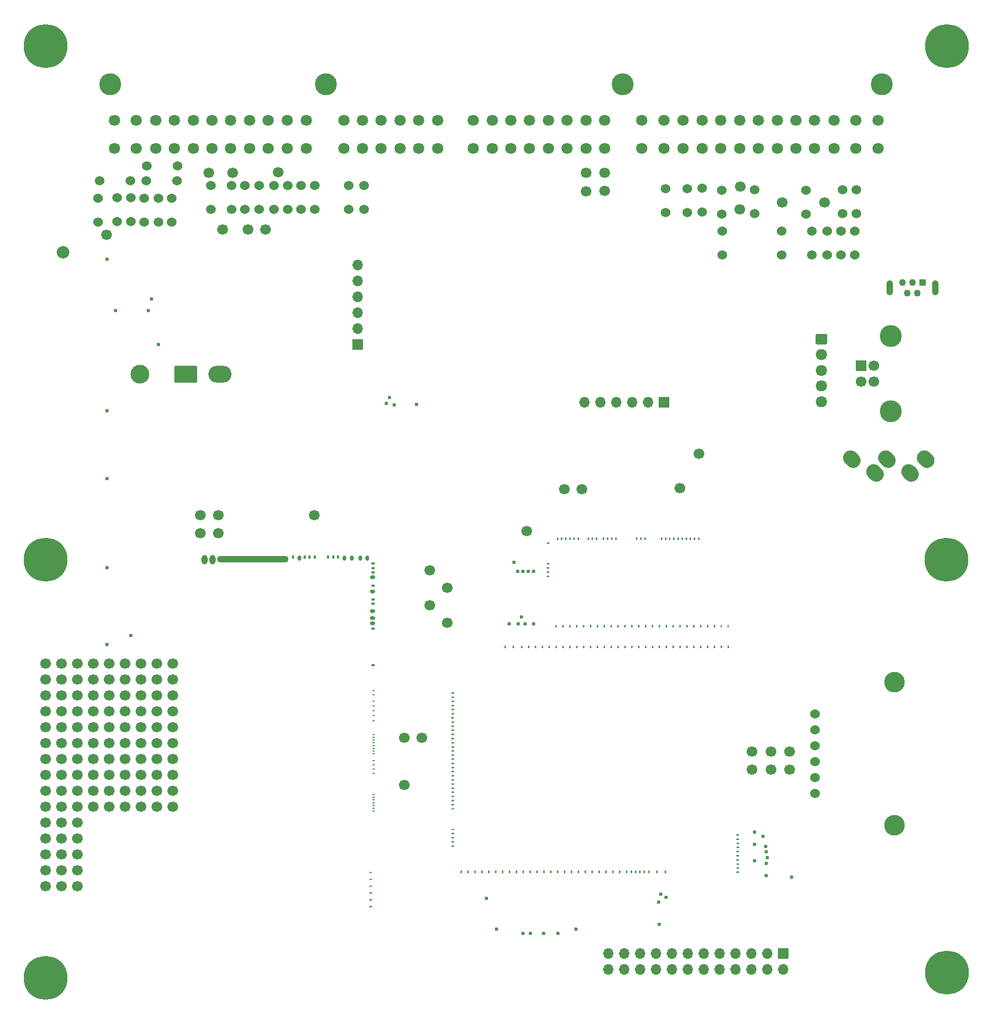
<source format=gbs>
G04 #@! TF.GenerationSoftware,KiCad,Pcbnew,(5.99.0-10559-g8513ca974c)*
G04 #@! TF.CreationDate,2021-09-15T09:17:41+03:00*
G04 #@! TF.ProjectId,hellen64_NB1,68656c6c-656e-4363-945f-4e42312e6b69,b*
G04 #@! TF.SameCoordinates,PX141ef50PYa2cc1bc*
G04 #@! TF.FileFunction,Soldermask,Bot*
G04 #@! TF.FilePolarity,Negative*
%FSLAX46Y46*%
G04 Gerber Fmt 4.6, Leading zero omitted, Abs format (unit mm)*
G04 Created by KiCad (PCBNEW (5.99.0-10559-g8513ca974c)) date 2021-09-15 09:17:41*
%MOMM*%
%LPD*%
G01*
G04 APERTURE LIST*
%ADD10C,0.599999*%
%ADD11C,1.524000*%
%ADD12C,1.700000*%
%ADD13R,1.700000X1.700000*%
%ADD14O,1.700000X1.700000*%
%ADD15O,1.000001X1.500000*%
%ADD16O,11.400000X1.100000*%
%ADD17O,0.399999X0.599999*%
%ADD18O,0.599999X0.800001*%
%ADD19O,0.599999X0.399999*%
%ADD20O,0.800001X0.599999*%
%ADD21O,0.399999X0.200000*%
%ADD22C,3.500120*%
%ADD23C,1.800000*%
%ADD24R,1.100000X1.100000*%
%ADD25C,1.100000*%
%ADD26O,1.100000X2.400000*%
%ADD27C,3.500000*%
%ADD28C,3.302000*%
%ADD29C,7.000000*%
%ADD30C,3.000000*%
%ADD31O,3.700000X2.700000*%
%ADD32C,0.600000*%
%ADD33O,1.850000X1.700000*%
%ADD34C,2.000000*%
G04 APERTURE END LIST*
D10*
G04 #@! TO.C,M4*
X75468535Y17795040D03*
X77043549Y12890031D03*
X89747567Y12899094D03*
X81268539Y12220030D03*
X82443543Y12220030D03*
X84618537Y12220030D03*
X86843539Y12220030D03*
G04 #@! TD*
D11*
G04 #@! TO.C,R8*
X127450000Y120595000D03*
X127450000Y124405000D03*
G04 #@! TD*
G04 #@! TO.C,R32*
X48024428Y127825340D03*
X48024428Y131635340D03*
G04 #@! TD*
D12*
G04 #@! TO.C,P5*
X62302380Y35910220D03*
G04 #@! TD*
G04 #@! TO.C,P6*
X62302380Y43412400D03*
G04 #@! TD*
G04 #@! TO.C,P47*
X40126680Y124605340D03*
G04 #@! TD*
D13*
G04 #@! TO.C,J27*
X103851680Y97005340D03*
D14*
X101311680Y97005340D03*
X98771680Y97005340D03*
X96231680Y97005340D03*
X93691680Y97005340D03*
X91151680Y97005340D03*
G04 #@! TD*
D12*
G04 #@! TO.C,P19*
X115951680Y127855340D03*
G04 #@! TD*
G04 #@! TO.C,G4*
X20210000Y45097322D03*
X20210000Y47637322D03*
X20210000Y50177322D03*
X20210000Y52717322D03*
X20210000Y55257322D03*
X22750000Y45097322D03*
X22750000Y47637322D03*
X22750000Y50177322D03*
X22750000Y52717322D03*
X22750000Y55257322D03*
X25290000Y45097322D03*
X25290000Y47637322D03*
X25290000Y50177322D03*
X25290000Y52717322D03*
X25290000Y55257322D03*
G04 #@! TD*
G04 #@! TO.C,P10*
X91401680Y130755340D03*
G04 #@! TD*
D11*
G04 #@! TO.C,R21*
X55876680Y127800319D03*
X55876680Y131610319D03*
G04 #@! TD*
D12*
G04 #@! TO.C,P12*
X29701680Y79005340D03*
G04 #@! TD*
G04 #@! TO.C,G12*
X12590000Y32397322D03*
X12590000Y34937322D03*
X12590000Y37477322D03*
X12590000Y40017322D03*
X12590000Y42557322D03*
X15130000Y32397322D03*
X15130000Y34937322D03*
X15130000Y37477322D03*
X15130000Y40017322D03*
X15130000Y42557322D03*
X17670000Y32397322D03*
X17670000Y34937322D03*
X17670000Y37477322D03*
X17670000Y40017322D03*
X17670000Y42557322D03*
G04 #@! TD*
D15*
G04 #@! TO.C,M5*
X30414997Y71843006D03*
X31670862Y71843006D03*
D16*
X38114997Y71968007D03*
D17*
X44564989Y72268006D03*
D18*
X45540001Y72168001D03*
D17*
X46409758Y72268006D03*
X47139995Y72268006D03*
X48034758Y72268006D03*
X50109758Y72268006D03*
X51009754Y72268006D03*
X51719996Y72268006D03*
D18*
X52739997Y72168006D03*
X53914996Y72168006D03*
X55264995Y72168006D03*
X56439994Y72168006D03*
D19*
X57339995Y71237767D03*
X57339995Y70543008D03*
X57339995Y69862768D03*
D20*
X57244997Y69043006D03*
D19*
X57339995Y67737769D03*
D20*
X57244997Y66768004D03*
D19*
X57339995Y65493006D03*
X57339995Y64843004D03*
D20*
X57244997Y63643004D03*
X57244997Y62568000D03*
X57244997Y61692998D03*
D19*
X57339995Y60868006D03*
X57339995Y55018005D03*
D21*
X57444996Y50963035D03*
X57444996Y50303033D03*
X57444996Y49243005D03*
X57444996Y48538920D03*
X57444996Y47738881D03*
X57444996Y46938842D03*
X57444996Y46143006D03*
X57444996Y43948004D03*
X57444996Y43508005D03*
X57444996Y43068006D03*
X57444996Y42628004D03*
X57444996Y42188005D03*
X57444996Y41748006D03*
X57444996Y41308004D03*
X57444996Y40868005D03*
X57444996Y39743034D03*
X57444996Y39083036D03*
X57444996Y38423034D03*
X57444996Y37763036D03*
X57444996Y34358006D03*
X57444996Y33918007D03*
X57444996Y33478005D03*
X57444996Y33038006D03*
X57444996Y32598007D03*
X57444996Y32158005D03*
X57444996Y31718006D03*
G04 #@! TD*
D11*
G04 #@! TO.C,R36*
X31401680Y127825340D03*
X31401680Y131635340D03*
G04 #@! TD*
G04 #@! TO.C,R48*
X113076680Y127100319D03*
X113076680Y130910319D03*
G04 #@! TD*
D12*
G04 #@! TO.C,P15*
X91401680Y133680340D03*
G04 #@! TD*
D11*
G04 #@! TO.C,R24*
X113126680Y120550340D03*
X113126680Y124360340D03*
G04 #@! TD*
G04 #@! TO.C,R33*
X43701680Y127825340D03*
X43701680Y131635340D03*
G04 #@! TD*
G04 #@! TO.C,R42*
X13391221Y125804438D03*
X13391221Y129614438D03*
G04 #@! TD*
D22*
G04 #@! TO.C,P2*
X138640980Y147779760D03*
X15340980Y147779760D03*
X49790980Y147779760D03*
X97190980Y147779760D03*
D23*
X15990980Y137579120D03*
X19488560Y137579120D03*
X22589900Y137579120D03*
X25589640Y137579120D03*
X28589380Y137579120D03*
X31589120Y137579120D03*
X34588860Y137579120D03*
X37588600Y137579120D03*
X40588340Y137579120D03*
X43588080Y137579120D03*
X46689420Y137579120D03*
X15990980Y142080000D03*
X19488560Y142080000D03*
X22589900Y142080000D03*
X25589640Y142080000D03*
X28589380Y142080000D03*
X31589120Y142080000D03*
X34588860Y142080000D03*
X37588600Y142080000D03*
X40588340Y142080000D03*
X43588080Y142080000D03*
X46689420Y142080000D03*
X73340980Y137579120D03*
X76340720Y137579120D03*
X79340460Y137579120D03*
X82340200Y137579120D03*
X85342480Y137579120D03*
X88342220Y137579120D03*
X91341960Y137579120D03*
X94341700Y137579120D03*
X73340980Y142080000D03*
X76340720Y142080000D03*
X79340460Y142080000D03*
X82340200Y142080000D03*
X85342480Y142080000D03*
X88342220Y142080000D03*
X91341960Y142080000D03*
X94341700Y142080000D03*
X100287840Y137579120D03*
X103787960Y137579120D03*
X106891840Y137579120D03*
X109891580Y137579120D03*
X112891320Y137579120D03*
X115891060Y137579120D03*
X118890800Y137579120D03*
X121890540Y137579120D03*
X124890280Y137579120D03*
X127890020Y137579120D03*
X130991360Y137579120D03*
X134491480Y137579120D03*
X137991600Y137579120D03*
X100287840Y142080000D03*
X103787960Y142080000D03*
X106891840Y142080000D03*
X109891580Y142080000D03*
X112891320Y142080000D03*
X115891060Y142080000D03*
X118890800Y142080000D03*
X121890540Y142080000D03*
X124890280Y142080000D03*
X127890020Y142080000D03*
X130991360Y142080000D03*
X134491480Y142080000D03*
X137991600Y142080000D03*
X52640980Y137579120D03*
X55640720Y137579120D03*
X58640460Y137579120D03*
X61640200Y137579120D03*
X64642480Y137579120D03*
X67642220Y137579120D03*
X52640980Y142080000D03*
X55640720Y142080000D03*
X58640460Y142080000D03*
X61640200Y142080000D03*
X64642480Y142080000D03*
X67642220Y142080000D03*
G04 #@! TD*
D12*
G04 #@! TO.C,P56*
X42200000Y133780340D03*
G04 #@! TD*
G04 #@! TO.C,P52*
X129494479Y128900000D03*
G04 #@! TD*
G04 #@! TO.C,P44*
X90726680Y83130340D03*
G04 #@! TD*
G04 #@! TO.C,P13*
X32601680Y76105340D03*
G04 #@! TD*
G04 #@! TO.C,P29*
X120901680Y41205340D03*
G04 #@! TD*
D11*
G04 #@! TO.C,R43*
X53426680Y127825340D03*
X53426680Y131635340D03*
G04 #@! TD*
D24*
G04 #@! TO.C,J1*
X145101680Y116180340D03*
D25*
X144301680Y114430340D03*
X143501680Y116180340D03*
X142701680Y114430340D03*
X141901680Y116180340D03*
D26*
X147151680Y115305340D03*
X139851680Y115305340D03*
G04 #@! TD*
D13*
G04 #@! TO.C,J6*
X54901680Y106280340D03*
D14*
X54901680Y108820340D03*
X54901680Y111360340D03*
X54901680Y113900340D03*
X54901680Y116440340D03*
X54901680Y118980340D03*
G04 #@! TD*
D12*
G04 #@! TO.C,P30*
X120901680Y38370220D03*
G04 #@! TD*
D13*
G04 #@! TO.C,J5*
X135316680Y102855340D03*
D12*
X135316680Y100355340D03*
X137316680Y100355340D03*
X137316680Y102855340D03*
D27*
X140026680Y95585340D03*
X140026680Y107625340D03*
G04 #@! TD*
D12*
G04 #@! TO.C,P4*
X65112640Y43410220D03*
G04 #@! TD*
G04 #@! TO.C,P25*
X123901680Y38370220D03*
G04 #@! TD*
D10*
G04 #@! TO.C,M8*
X59459042Y96874902D03*
X59984042Y97749904D03*
X60734040Y96574900D03*
X64284041Y96649903D03*
G04 #@! TD*
D28*
G04 #@! TO.C,U2*
X140601680Y52290340D03*
X140601680Y29430340D03*
D11*
X127901680Y47210340D03*
X127901680Y44670340D03*
X127901680Y42130340D03*
X127901680Y39590340D03*
X127901680Y37050340D03*
X127901680Y34510340D03*
G04 #@! TD*
G04 #@! TO.C,R17*
X132376680Y130951040D03*
X132376680Y127141040D03*
G04 #@! TD*
D12*
G04 #@! TO.C,G6*
X4970000Y45097322D03*
X4970000Y47637322D03*
X4970000Y50177322D03*
X4970000Y52717322D03*
X4970000Y55257322D03*
X7510000Y45097322D03*
X7510000Y47637322D03*
X7510000Y50177322D03*
X7510000Y52717322D03*
X7510000Y55257322D03*
X10050000Y45097322D03*
X10050000Y47637322D03*
X10050000Y50177322D03*
X10050000Y52717322D03*
X10050000Y55257322D03*
G04 #@! TD*
G04 #@! TO.C,P55*
X116026680Y131505340D03*
G04 #@! TD*
G04 #@! TO.C,P17*
X69201680Y61805340D03*
G04 #@! TD*
D10*
G04 #@! TO.C,M13*
X103293541Y18453558D03*
X104168543Y17928558D03*
X102993539Y17178560D03*
X103068542Y13628559D03*
G04 #@! TD*
D12*
G04 #@! TO.C,P11*
X29701680Y76105340D03*
G04 #@! TD*
G04 #@! TO.C,P50*
X31051680Y133705340D03*
G04 #@! TD*
D11*
G04 #@! TO.C,R40*
X23041221Y125799438D03*
X23041221Y129609438D03*
G04 #@! TD*
D29*
G04 #@! TO.C,J13*
X5000000Y5100000D03*
G04 #@! TD*
G04 #@! TO.C,M7*
G36*
G01*
X56804044Y22044216D02*
X57054042Y22044216D01*
G75*
G02*
X57179042Y21919216I0J-125000D01*
G01*
X57179042Y21919216D01*
G75*
G02*
X57054042Y21794216I-125000J0D01*
G01*
X56804044Y21794216D01*
G75*
G02*
X56679044Y21919216I0J125000D01*
G01*
X56679044Y21919216D01*
G75*
G02*
X56804044Y22044216I125000J0D01*
G01*
G37*
G36*
G01*
X56804044Y20944218D02*
X57054042Y20944218D01*
G75*
G02*
X57179042Y20819218I0J-125000D01*
G01*
X57179042Y20819218D01*
G75*
G02*
X57054042Y20694218I-125000J0D01*
G01*
X56804044Y20694218D01*
G75*
G02*
X56679044Y20819218I0J125000D01*
G01*
X56679044Y20819218D01*
G75*
G02*
X56804044Y20944218I125000J0D01*
G01*
G37*
G36*
G01*
X56804044Y19844220D02*
X57054042Y19844220D01*
G75*
G02*
X57179042Y19719220I0J-125000D01*
G01*
X57179042Y19719220D01*
G75*
G02*
X57054042Y19594220I-125000J0D01*
G01*
X56804044Y19594220D01*
G75*
G02*
X56679044Y19719220I0J125000D01*
G01*
X56679044Y19719220D01*
G75*
G02*
X56804044Y19844220I125000J0D01*
G01*
G37*
G36*
G01*
X56804044Y18744222D02*
X57054042Y18744222D01*
G75*
G02*
X57179042Y18619222I0J-125000D01*
G01*
X57179042Y18619222D01*
G75*
G02*
X57054042Y18494222I-125000J0D01*
G01*
X56804044Y18494222D01*
G75*
G02*
X56679044Y18619222I0J125000D01*
G01*
X56679044Y18619222D01*
G75*
G02*
X56804044Y18744222I125000J0D01*
G01*
G37*
G36*
G01*
X56804044Y17644224D02*
X57054042Y17644224D01*
G75*
G02*
X57179042Y17519224I0J-125000D01*
G01*
X57179042Y17519224D01*
G75*
G02*
X57054042Y17394224I-125000J0D01*
G01*
X56804044Y17394224D01*
G75*
G02*
X56679044Y17519224I0J125000D01*
G01*
X56679044Y17519224D01*
G75*
G02*
X56804044Y17644224I125000J0D01*
G01*
G37*
G36*
G01*
X56804044Y16544227D02*
X57054042Y16544227D01*
G75*
G02*
X57179042Y16419227I0J-125000D01*
G01*
X57179042Y16419227D01*
G75*
G02*
X57054042Y16294227I-125000J0D01*
G01*
X56804044Y16294227D01*
G75*
G02*
X56679044Y16419227I0J125000D01*
G01*
X56679044Y16419227D01*
G75*
G02*
X56804044Y16544227I125000J0D01*
G01*
G37*
G04 #@! TD*
D12*
G04 #@! TO.C,P28*
X81913040Y76406220D03*
G04 #@! TD*
G04 #@! TO.C,P24*
X123901680Y41205340D03*
G04 #@! TD*
G04 #@! TO.C,P8*
X94301680Y130805340D03*
G04 #@! TD*
G04 #@! TO.C,G9*
X4970000Y19697322D03*
X4970000Y22237322D03*
X4970000Y24777322D03*
X4970000Y27317322D03*
X4970000Y29857322D03*
X7510000Y19697322D03*
X7510000Y22237322D03*
X7510000Y24777322D03*
X7510000Y27317322D03*
X7510000Y29857322D03*
X10050000Y19697322D03*
X10050000Y22237322D03*
X10050000Y24777322D03*
X10050000Y27317322D03*
X10050000Y29857322D03*
G04 #@! TD*
G04 #@! TO.C,M1*
G36*
G01*
X85162638Y69351817D02*
X85412638Y69351817D01*
G75*
G02*
X85537638Y69226817I0J-125000D01*
G01*
X85537638Y69226817D01*
G75*
G02*
X85412638Y69101817I-125000J0D01*
G01*
X85162638Y69101817D01*
G75*
G02*
X85037638Y69226817I0J125000D01*
G01*
X85037638Y69226817D01*
G75*
G02*
X85162638Y69351817I125000J0D01*
G01*
G37*
G36*
G01*
X85162638Y70011818D02*
X85412638Y70011818D01*
G75*
G02*
X85537638Y69886818I0J-125000D01*
G01*
X85537638Y69886818D01*
G75*
G02*
X85412638Y69761818I-125000J0D01*
G01*
X85162638Y69761818D01*
G75*
G02*
X85037638Y69886818I0J125000D01*
G01*
X85037638Y69886818D01*
G75*
G02*
X85162638Y70011818I125000J0D01*
G01*
G37*
G36*
G01*
X85162638Y70671819D02*
X85412638Y70671819D01*
G75*
G02*
X85537638Y70546819I0J-125000D01*
G01*
X85537638Y70546819D01*
G75*
G02*
X85412638Y70421819I-125000J0D01*
G01*
X85162638Y70421819D01*
G75*
G02*
X85037638Y70546819I0J125000D01*
G01*
X85037638Y70546819D01*
G75*
G02*
X85162638Y70671819I125000J0D01*
G01*
G37*
G36*
G01*
X85162638Y71331820D02*
X85412638Y71331820D01*
G75*
G02*
X85537638Y71206820I0J-125000D01*
G01*
X85537638Y71206820D01*
G75*
G02*
X85412638Y71081820I-125000J0D01*
G01*
X85162638Y71081820D01*
G75*
G02*
X85037638Y71206820I0J125000D01*
G01*
X85037638Y71206820D01*
G75*
G02*
X85162638Y71331820I125000J0D01*
G01*
G37*
G36*
G01*
X85162638Y74631827D02*
X85412638Y74631827D01*
G75*
G02*
X85537638Y74506827I0J-125000D01*
G01*
X85537638Y74506827D01*
G75*
G02*
X85412638Y74381827I-125000J0D01*
G01*
X85162638Y74381827D01*
G75*
G02*
X85037638Y74506827I0J125000D01*
G01*
X85037638Y74506827D01*
G75*
G02*
X85162638Y74631827I125000J0D01*
G01*
G37*
G36*
G01*
X113932640Y61133024D02*
X113932640Y61383024D01*
G75*
G02*
X114057640Y61508024I125000J0D01*
G01*
X114057640Y61508024D01*
G75*
G02*
X114182640Y61383024I0J-125000D01*
G01*
X114182640Y61133024D01*
G75*
G02*
X114057640Y61008024I-125000J0D01*
G01*
X114057640Y61008024D01*
G75*
G02*
X113932640Y61133024I0J125000D01*
G01*
G37*
G36*
G01*
X113082636Y61383024D02*
X113082636Y61133024D01*
G75*
G02*
X112957636Y61008024I-125000J0D01*
G01*
X112957636Y61008024D01*
G75*
G02*
X112832636Y61133024I0J125000D01*
G01*
X112832636Y61383024D01*
G75*
G02*
X112957636Y61508024I125000J0D01*
G01*
X112957636Y61508024D01*
G75*
G02*
X113082636Y61383024I0J-125000D01*
G01*
G37*
G36*
G01*
X111982635Y61383024D02*
X111982635Y61133024D01*
G75*
G02*
X111857635Y61008024I-125000J0D01*
G01*
X111857635Y61008024D01*
G75*
G02*
X111732635Y61133024I0J125000D01*
G01*
X111732635Y61383024D01*
G75*
G02*
X111857635Y61508024I125000J0D01*
G01*
X111857635Y61508024D01*
G75*
G02*
X111982635Y61383024I0J-125000D01*
G01*
G37*
G36*
G01*
X110882638Y61383024D02*
X110882638Y61133024D01*
G75*
G02*
X110757638Y61008024I-125000J0D01*
G01*
X110757638Y61008024D01*
G75*
G02*
X110632638Y61133024I0J125000D01*
G01*
X110632638Y61383024D01*
G75*
G02*
X110757638Y61508024I125000J0D01*
G01*
X110757638Y61508024D01*
G75*
G02*
X110882638Y61383024I0J-125000D01*
G01*
G37*
G36*
G01*
X109782640Y61383024D02*
X109782640Y61133024D01*
G75*
G02*
X109657640Y61008024I-125000J0D01*
G01*
X109657640Y61008024D01*
G75*
G02*
X109532640Y61133024I0J125000D01*
G01*
X109532640Y61383024D01*
G75*
G02*
X109657640Y61508024I125000J0D01*
G01*
X109657640Y61508024D01*
G75*
G02*
X109782640Y61383024I0J-125000D01*
G01*
G37*
G36*
G01*
X108682642Y61383024D02*
X108682642Y61133024D01*
G75*
G02*
X108557642Y61008024I-125000J0D01*
G01*
X108557642Y61008024D01*
G75*
G02*
X108432642Y61133024I0J125000D01*
G01*
X108432642Y61383024D01*
G75*
G02*
X108557642Y61508024I125000J0D01*
G01*
X108557642Y61508024D01*
G75*
G02*
X108682642Y61383024I0J-125000D01*
G01*
G37*
G36*
G01*
X107582644Y61383024D02*
X107582644Y61133024D01*
G75*
G02*
X107457644Y61008024I-125000J0D01*
G01*
X107457644Y61008024D01*
G75*
G02*
X107332644Y61133024I0J125000D01*
G01*
X107332644Y61383024D01*
G75*
G02*
X107457644Y61508024I125000J0D01*
G01*
X107457644Y61508024D01*
G75*
G02*
X107582644Y61383024I0J-125000D01*
G01*
G37*
G36*
G01*
X106482646Y61383024D02*
X106482646Y61133024D01*
G75*
G02*
X106357646Y61008024I-125000J0D01*
G01*
X106357646Y61008024D01*
G75*
G02*
X106232646Y61133024I0J125000D01*
G01*
X106232646Y61383024D01*
G75*
G02*
X106357646Y61508024I125000J0D01*
G01*
X106357646Y61508024D01*
G75*
G02*
X106482646Y61383024I0J-125000D01*
G01*
G37*
G36*
G01*
X105382649Y61383024D02*
X105382649Y61133024D01*
G75*
G02*
X105257649Y61008024I-125000J0D01*
G01*
X105257649Y61008024D01*
G75*
G02*
X105132649Y61133024I0J125000D01*
G01*
X105132649Y61383024D01*
G75*
G02*
X105257649Y61508024I125000J0D01*
G01*
X105257649Y61508024D01*
G75*
G02*
X105382649Y61383024I0J-125000D01*
G01*
G37*
G36*
G01*
X104282651Y61383024D02*
X104282651Y61133024D01*
G75*
G02*
X104157651Y61008024I-125000J0D01*
G01*
X104157651Y61008024D01*
G75*
G02*
X104032651Y61133024I0J125000D01*
G01*
X104032651Y61383024D01*
G75*
G02*
X104157651Y61508024I125000J0D01*
G01*
X104157651Y61508024D01*
G75*
G02*
X104282651Y61383024I0J-125000D01*
G01*
G37*
G36*
G01*
X103182653Y61383024D02*
X103182653Y61133024D01*
G75*
G02*
X103057653Y61008024I-125000J0D01*
G01*
X103057653Y61008024D01*
G75*
G02*
X102932653Y61133024I0J125000D01*
G01*
X102932653Y61383024D01*
G75*
G02*
X103057653Y61508024I125000J0D01*
G01*
X103057653Y61508024D01*
G75*
G02*
X103182653Y61383024I0J-125000D01*
G01*
G37*
G36*
G01*
X102082655Y61383024D02*
X102082655Y61133024D01*
G75*
G02*
X101957655Y61008024I-125000J0D01*
G01*
X101957655Y61008024D01*
G75*
G02*
X101832655Y61133024I0J125000D01*
G01*
X101832655Y61383024D01*
G75*
G02*
X101957655Y61508024I125000J0D01*
G01*
X101957655Y61508024D01*
G75*
G02*
X102082655Y61383024I0J-125000D01*
G01*
G37*
G36*
G01*
X100982657Y61383024D02*
X100982657Y61133024D01*
G75*
G02*
X100857657Y61008024I-125000J0D01*
G01*
X100857657Y61008024D01*
G75*
G02*
X100732657Y61133024I0J125000D01*
G01*
X100732657Y61383024D01*
G75*
G02*
X100857657Y61508024I125000J0D01*
G01*
X100857657Y61508024D01*
G75*
G02*
X100982657Y61383024I0J-125000D01*
G01*
G37*
G36*
G01*
X99882660Y61383024D02*
X99882660Y61133024D01*
G75*
G02*
X99757660Y61008024I-125000J0D01*
G01*
X99757660Y61008024D01*
G75*
G02*
X99632660Y61133024I0J125000D01*
G01*
X99632660Y61383024D01*
G75*
G02*
X99757660Y61508024I125000J0D01*
G01*
X99757660Y61508024D01*
G75*
G02*
X99882660Y61383024I0J-125000D01*
G01*
G37*
G36*
G01*
X98782662Y61383024D02*
X98782662Y61133024D01*
G75*
G02*
X98657662Y61008024I-125000J0D01*
G01*
X98657662Y61008024D01*
G75*
G02*
X98532662Y61133024I0J125000D01*
G01*
X98532662Y61383024D01*
G75*
G02*
X98657662Y61508024I125000J0D01*
G01*
X98657662Y61508024D01*
G75*
G02*
X98782662Y61383024I0J-125000D01*
G01*
G37*
G36*
G01*
X97682664Y61383024D02*
X97682664Y61133024D01*
G75*
G02*
X97557664Y61008024I-125000J0D01*
G01*
X97557664Y61008024D01*
G75*
G02*
X97432664Y61133024I0J125000D01*
G01*
X97432664Y61383024D01*
G75*
G02*
X97557664Y61508024I125000J0D01*
G01*
X97557664Y61508024D01*
G75*
G02*
X97682664Y61383024I0J-125000D01*
G01*
G37*
G36*
G01*
X96582666Y61383024D02*
X96582666Y61133024D01*
G75*
G02*
X96457666Y61008024I-125000J0D01*
G01*
X96457666Y61008024D01*
G75*
G02*
X96332666Y61133024I0J125000D01*
G01*
X96332666Y61383024D01*
G75*
G02*
X96457666Y61508024I125000J0D01*
G01*
X96457666Y61508024D01*
G75*
G02*
X96582666Y61383024I0J-125000D01*
G01*
G37*
G36*
G01*
X95482668Y61383024D02*
X95482668Y61133024D01*
G75*
G02*
X95357668Y61008024I-125000J0D01*
G01*
X95357668Y61008024D01*
G75*
G02*
X95232668Y61133024I0J125000D01*
G01*
X95232668Y61383024D01*
G75*
G02*
X95357668Y61508024I125000J0D01*
G01*
X95357668Y61508024D01*
G75*
G02*
X95482668Y61383024I0J-125000D01*
G01*
G37*
G36*
G01*
X94382671Y61383024D02*
X94382671Y61133024D01*
G75*
G02*
X94257671Y61008024I-125000J0D01*
G01*
X94257671Y61008024D01*
G75*
G02*
X94132671Y61133024I0J125000D01*
G01*
X94132671Y61383024D01*
G75*
G02*
X94257671Y61508024I125000J0D01*
G01*
X94257671Y61508024D01*
G75*
G02*
X94382671Y61383024I0J-125000D01*
G01*
G37*
G36*
G01*
X93282673Y61383024D02*
X93282673Y61133024D01*
G75*
G02*
X93157673Y61008024I-125000J0D01*
G01*
X93157673Y61008024D01*
G75*
G02*
X93032673Y61133024I0J125000D01*
G01*
X93032673Y61383024D01*
G75*
G02*
X93157673Y61508024I125000J0D01*
G01*
X93157673Y61508024D01*
G75*
G02*
X93282673Y61383024I0J-125000D01*
G01*
G37*
G36*
G01*
X92182675Y61383024D02*
X92182675Y61133024D01*
G75*
G02*
X92057675Y61008024I-125000J0D01*
G01*
X92057675Y61008024D01*
G75*
G02*
X91932675Y61133024I0J125000D01*
G01*
X91932675Y61383024D01*
G75*
G02*
X92057675Y61508024I125000J0D01*
G01*
X92057675Y61508024D01*
G75*
G02*
X92182675Y61383024I0J-125000D01*
G01*
G37*
G36*
G01*
X91082677Y61383024D02*
X91082677Y61133024D01*
G75*
G02*
X90957677Y61008024I-125000J0D01*
G01*
X90957677Y61008024D01*
G75*
G02*
X90832677Y61133024I0J125000D01*
G01*
X90832677Y61383024D01*
G75*
G02*
X90957677Y61508024I125000J0D01*
G01*
X90957677Y61508024D01*
G75*
G02*
X91082677Y61383024I0J-125000D01*
G01*
G37*
G36*
G01*
X89982679Y61383024D02*
X89982679Y61133024D01*
G75*
G02*
X89857679Y61008024I-125000J0D01*
G01*
X89857679Y61008024D01*
G75*
G02*
X89732679Y61133024I0J125000D01*
G01*
X89732679Y61383024D01*
G75*
G02*
X89857679Y61508024I125000J0D01*
G01*
X89857679Y61508024D01*
G75*
G02*
X89982679Y61383024I0J-125000D01*
G01*
G37*
G36*
G01*
X88882682Y61383024D02*
X88882682Y61133024D01*
G75*
G02*
X88757682Y61008024I-125000J0D01*
G01*
X88757682Y61008024D01*
G75*
G02*
X88632682Y61133024I0J125000D01*
G01*
X88632682Y61383024D01*
G75*
G02*
X88757682Y61508024I125000J0D01*
G01*
X88757682Y61508024D01*
G75*
G02*
X88882682Y61383024I0J-125000D01*
G01*
G37*
G36*
G01*
X87782684Y61383024D02*
X87782684Y61133024D01*
G75*
G02*
X87657684Y61008024I-125000J0D01*
G01*
X87657684Y61008024D01*
G75*
G02*
X87532684Y61133024I0J125000D01*
G01*
X87532684Y61383024D01*
G75*
G02*
X87657684Y61508024I125000J0D01*
G01*
X87657684Y61508024D01*
G75*
G02*
X87782684Y61383024I0J-125000D01*
G01*
G37*
G36*
G01*
X86682686Y61383024D02*
X86682686Y61133024D01*
G75*
G02*
X86557686Y61008024I-125000J0D01*
G01*
X86557686Y61008024D01*
G75*
G02*
X86432686Y61133024I0J125000D01*
G01*
X86432686Y61383024D01*
G75*
G02*
X86557686Y61508024I125000J0D01*
G01*
X86557686Y61508024D01*
G75*
G02*
X86682686Y61383024I0J-125000D01*
G01*
G37*
G36*
G01*
X86933630Y75345023D02*
X86933630Y75095023D01*
G75*
G02*
X86808630Y74970023I-125000J0D01*
G01*
X86808630Y74970023D01*
G75*
G02*
X86683630Y75095023I0J125000D01*
G01*
X86683630Y75345023D01*
G75*
G02*
X86808630Y75470023I125000J0D01*
G01*
X86808630Y75470023D01*
G75*
G02*
X86933630Y75345023I0J-125000D01*
G01*
G37*
G36*
G01*
X87593632Y75345023D02*
X87593632Y75095023D01*
G75*
G02*
X87468632Y74970023I-125000J0D01*
G01*
X87468632Y74970023D01*
G75*
G02*
X87343632Y75095023I0J125000D01*
G01*
X87343632Y75345023D01*
G75*
G02*
X87468632Y75470023I125000J0D01*
G01*
X87468632Y75470023D01*
G75*
G02*
X87593632Y75345023I0J-125000D01*
G01*
G37*
G36*
G01*
X88253633Y75345023D02*
X88253633Y75095023D01*
G75*
G02*
X88128633Y74970023I-125000J0D01*
G01*
X88128633Y74970023D01*
G75*
G02*
X88003633Y75095023I0J125000D01*
G01*
X88003633Y75345023D01*
G75*
G02*
X88128633Y75470023I125000J0D01*
G01*
X88128633Y75470023D01*
G75*
G02*
X88253633Y75345023I0J-125000D01*
G01*
G37*
G36*
G01*
X88913634Y75345023D02*
X88913634Y75095023D01*
G75*
G02*
X88788634Y74970023I-125000J0D01*
G01*
X88788634Y74970023D01*
G75*
G02*
X88663634Y75095023I0J125000D01*
G01*
X88663634Y75345023D01*
G75*
G02*
X88788634Y75470023I125000J0D01*
G01*
X88788634Y75470023D01*
G75*
G02*
X88913634Y75345023I0J-125000D01*
G01*
G37*
G36*
G01*
X89573635Y75345023D02*
X89573635Y75095023D01*
G75*
G02*
X89448635Y74970023I-125000J0D01*
G01*
X89448635Y74970023D01*
G75*
G02*
X89323635Y75095023I0J125000D01*
G01*
X89323635Y75345023D01*
G75*
G02*
X89448635Y75470023I125000J0D01*
G01*
X89448635Y75470023D01*
G75*
G02*
X89573635Y75345023I0J-125000D01*
G01*
G37*
G36*
G01*
X90233637Y75345023D02*
X90233637Y75095023D01*
G75*
G02*
X90108637Y74970023I-125000J0D01*
G01*
X90108637Y74970023D01*
G75*
G02*
X89983637Y75095023I0J125000D01*
G01*
X89983637Y75345023D01*
G75*
G02*
X90108637Y75470023I125000J0D01*
G01*
X90108637Y75470023D01*
G75*
G02*
X90233637Y75345023I0J-125000D01*
G01*
G37*
G36*
G01*
X91834634Y75345023D02*
X91834634Y75095023D01*
G75*
G02*
X91709634Y74970023I-125000J0D01*
G01*
X91709634Y74970023D01*
G75*
G02*
X91584634Y75095023I0J125000D01*
G01*
X91584634Y75345023D01*
G75*
G02*
X91709634Y75470023I125000J0D01*
G01*
X91709634Y75470023D01*
G75*
G02*
X91834634Y75345023I0J-125000D01*
G01*
G37*
G36*
G01*
X92494635Y75345023D02*
X92494635Y75095023D01*
G75*
G02*
X92369635Y74970023I-125000J0D01*
G01*
X92369635Y74970023D01*
G75*
G02*
X92244635Y75095023I0J125000D01*
G01*
X92244635Y75345023D01*
G75*
G02*
X92369635Y75470023I125000J0D01*
G01*
X92369635Y75470023D01*
G75*
G02*
X92494635Y75345023I0J-125000D01*
G01*
G37*
G36*
G01*
X93154637Y75345023D02*
X93154637Y75095023D01*
G75*
G02*
X93029637Y74970023I-125000J0D01*
G01*
X93029637Y74970023D01*
G75*
G02*
X92904637Y75095023I0J125000D01*
G01*
X92904637Y75345023D01*
G75*
G02*
X93029637Y75470023I125000J0D01*
G01*
X93029637Y75470023D01*
G75*
G02*
X93154637Y75345023I0J-125000D01*
G01*
G37*
G36*
G01*
X94275536Y75345023D02*
X94275536Y75095023D01*
G75*
G02*
X94150536Y74970023I-125000J0D01*
G01*
X94150536Y74970023D01*
G75*
G02*
X94025536Y75095023I0J125000D01*
G01*
X94025536Y75345023D01*
G75*
G02*
X94150536Y75470023I125000J0D01*
G01*
X94150536Y75470023D01*
G75*
G02*
X94275536Y75345023I0J-125000D01*
G01*
G37*
G36*
G01*
X94935537Y75345023D02*
X94935537Y75095023D01*
G75*
G02*
X94810537Y74970023I-125000J0D01*
G01*
X94810537Y74970023D01*
G75*
G02*
X94685537Y75095023I0J125000D01*
G01*
X94685537Y75345023D01*
G75*
G02*
X94810537Y75470023I125000J0D01*
G01*
X94810537Y75470023D01*
G75*
G02*
X94935537Y75345023I0J-125000D01*
G01*
G37*
G36*
G01*
X95595538Y75345023D02*
X95595538Y75095023D01*
G75*
G02*
X95470538Y74970023I-125000J0D01*
G01*
X95470538Y74970023D01*
G75*
G02*
X95345538Y75095023I0J125000D01*
G01*
X95345538Y75345023D01*
G75*
G02*
X95470538Y75470023I125000J0D01*
G01*
X95470538Y75470023D01*
G75*
G02*
X95595538Y75345023I0J-125000D01*
G01*
G37*
G36*
G01*
X96255540Y75345023D02*
X96255540Y75095023D01*
G75*
G02*
X96130540Y74970023I-125000J0D01*
G01*
X96130540Y74970023D01*
G75*
G02*
X96005540Y75095023I0J125000D01*
G01*
X96005540Y75345023D01*
G75*
G02*
X96130540Y75470023I125000J0D01*
G01*
X96130540Y75470023D01*
G75*
G02*
X96255540Y75345023I0J-125000D01*
G01*
G37*
G36*
G01*
X99581634Y75345023D02*
X99581634Y75095023D01*
G75*
G02*
X99456634Y74970023I-125000J0D01*
G01*
X99456634Y74970023D01*
G75*
G02*
X99331634Y75095023I0J125000D01*
G01*
X99331634Y75345023D01*
G75*
G02*
X99456634Y75470023I125000J0D01*
G01*
X99456634Y75470023D01*
G75*
G02*
X99581634Y75345023I0J-125000D01*
G01*
G37*
G36*
G01*
X100241635Y75345023D02*
X100241635Y75095023D01*
G75*
G02*
X100116635Y74970023I-125000J0D01*
G01*
X100116635Y74970023D01*
G75*
G02*
X99991635Y75095023I0J125000D01*
G01*
X99991635Y75345023D01*
G75*
G02*
X100116635Y75470023I125000J0D01*
G01*
X100116635Y75470023D01*
G75*
G02*
X100241635Y75345023I0J-125000D01*
G01*
G37*
G36*
G01*
X100901637Y75345023D02*
X100901637Y75095023D01*
G75*
G02*
X100776637Y74970023I-125000J0D01*
G01*
X100776637Y74970023D01*
G75*
G02*
X100651637Y75095023I0J125000D01*
G01*
X100651637Y75345023D01*
G75*
G02*
X100776637Y75470023I125000J0D01*
G01*
X100776637Y75470023D01*
G75*
G02*
X100901637Y75345023I0J-125000D01*
G01*
G37*
G36*
G01*
X103547628Y75345023D02*
X103547628Y75095023D01*
G75*
G02*
X103422628Y74970023I-125000J0D01*
G01*
X103422628Y74970023D01*
G75*
G02*
X103297628Y75095023I0J125000D01*
G01*
X103297628Y75345023D01*
G75*
G02*
X103422628Y75470023I125000J0D01*
G01*
X103422628Y75470023D01*
G75*
G02*
X103547628Y75345023I0J-125000D01*
G01*
G37*
G36*
G01*
X104207629Y75345023D02*
X104207629Y75095023D01*
G75*
G02*
X104082629Y74970023I-125000J0D01*
G01*
X104082629Y74970023D01*
G75*
G02*
X103957629Y75095023I0J125000D01*
G01*
X103957629Y75345023D01*
G75*
G02*
X104082629Y75470023I125000J0D01*
G01*
X104082629Y75470023D01*
G75*
G02*
X104207629Y75345023I0J-125000D01*
G01*
G37*
G36*
G01*
X104867631Y75345023D02*
X104867631Y75095023D01*
G75*
G02*
X104742631Y74970023I-125000J0D01*
G01*
X104742631Y74970023D01*
G75*
G02*
X104617631Y75095023I0J125000D01*
G01*
X104617631Y75345023D01*
G75*
G02*
X104742631Y75470023I125000J0D01*
G01*
X104742631Y75470023D01*
G75*
G02*
X104867631Y75345023I0J-125000D01*
G01*
G37*
G36*
G01*
X105527632Y75345023D02*
X105527632Y75095023D01*
G75*
G02*
X105402632Y74970023I-125000J0D01*
G01*
X105402632Y74970023D01*
G75*
G02*
X105277632Y75095023I0J125000D01*
G01*
X105277632Y75345023D01*
G75*
G02*
X105402632Y75470023I125000J0D01*
G01*
X105402632Y75470023D01*
G75*
G02*
X105527632Y75345023I0J-125000D01*
G01*
G37*
G36*
G01*
X106187633Y75345023D02*
X106187633Y75095023D01*
G75*
G02*
X106062633Y74970023I-125000J0D01*
G01*
X106062633Y74970023D01*
G75*
G02*
X105937633Y75095023I0J125000D01*
G01*
X105937633Y75345023D01*
G75*
G02*
X106062633Y75470023I125000J0D01*
G01*
X106062633Y75470023D01*
G75*
G02*
X106187633Y75345023I0J-125000D01*
G01*
G37*
G36*
G01*
X106847634Y75345023D02*
X106847634Y75095023D01*
G75*
G02*
X106722634Y74970023I-125000J0D01*
G01*
X106722634Y74970023D01*
G75*
G02*
X106597634Y75095023I0J125000D01*
G01*
X106597634Y75345023D01*
G75*
G02*
X106722634Y75470023I125000J0D01*
G01*
X106722634Y75470023D01*
G75*
G02*
X106847634Y75345023I0J-125000D01*
G01*
G37*
G36*
G01*
X107507636Y75345023D02*
X107507636Y75095023D01*
G75*
G02*
X107382636Y74970023I-125000J0D01*
G01*
X107382636Y74970023D01*
G75*
G02*
X107257636Y75095023I0J125000D01*
G01*
X107257636Y75345023D01*
G75*
G02*
X107382636Y75470023I125000J0D01*
G01*
X107382636Y75470023D01*
G75*
G02*
X107507636Y75345023I0J-125000D01*
G01*
G37*
G36*
G01*
X108167637Y75345023D02*
X108167637Y75095023D01*
G75*
G02*
X108042637Y74970023I-125000J0D01*
G01*
X108042637Y74970023D01*
G75*
G02*
X107917637Y75095023I0J125000D01*
G01*
X107917637Y75345023D01*
G75*
G02*
X108042637Y75470023I125000J0D01*
G01*
X108042637Y75470023D01*
G75*
G02*
X108167637Y75345023I0J-125000D01*
G01*
G37*
G36*
G01*
X108827638Y75345023D02*
X108827638Y75095023D01*
G75*
G02*
X108702638Y74970023I-125000J0D01*
G01*
X108702638Y74970023D01*
G75*
G02*
X108577638Y75095023I0J125000D01*
G01*
X108577638Y75345023D01*
G75*
G02*
X108702638Y75470023I125000J0D01*
G01*
X108702638Y75470023D01*
G75*
G02*
X108827638Y75345023I0J-125000D01*
G01*
G37*
G36*
G01*
X109487640Y75345023D02*
X109487640Y75095023D01*
G75*
G02*
X109362640Y74970023I-125000J0D01*
G01*
X109362640Y74970023D01*
G75*
G02*
X109237640Y75095023I0J125000D01*
G01*
X109237640Y75345023D01*
G75*
G02*
X109362640Y75470023I125000J0D01*
G01*
X109362640Y75470023D01*
G75*
G02*
X109487640Y75345023I0J-125000D01*
G01*
G37*
G04 #@! TD*
D11*
G04 #@! TO.C,R38*
X16441221Y125874438D03*
X16441221Y129684438D03*
G04 #@! TD*
G04 #@! TO.C,R44*
X126525000Y127045000D03*
X126525000Y130855000D03*
G04 #@! TD*
G04 #@! TO.C,M3*
G36*
G01*
X69941543Y26263845D02*
X70191543Y26263845D01*
G75*
G02*
X70316543Y26138845I0J-125000D01*
G01*
X70316543Y26138845D01*
G75*
G02*
X70191543Y26013845I-125000J0D01*
G01*
X69941543Y26013845D01*
G75*
G02*
X69816543Y26138845I0J125000D01*
G01*
X69816543Y26138845D01*
G75*
G02*
X69941543Y26263845I125000J0D01*
G01*
G37*
G36*
G01*
X70191543Y26673843D02*
X69941543Y26673843D01*
G75*
G02*
X69816543Y26798843I0J125000D01*
G01*
X69816543Y26798843D01*
G75*
G02*
X69941543Y26923843I125000J0D01*
G01*
X70191543Y26923843D01*
G75*
G02*
X70316543Y26798843I0J-125000D01*
G01*
X70316543Y26798843D01*
G75*
G02*
X70191543Y26673843I-125000J0D01*
G01*
G37*
G36*
G01*
X70191543Y27333848D02*
X69941543Y27333848D01*
G75*
G02*
X69816543Y27458848I0J125000D01*
G01*
X69816543Y27458848D01*
G75*
G02*
X69941543Y27583848I125000J0D01*
G01*
X70191543Y27583848D01*
G75*
G02*
X70316543Y27458848I0J-125000D01*
G01*
X70316543Y27458848D01*
G75*
G02*
X70191543Y27333848I-125000J0D01*
G01*
G37*
G36*
G01*
X70191543Y27993843D02*
X69941543Y27993843D01*
G75*
G02*
X69816543Y28118843I0J125000D01*
G01*
X69816543Y28118843D01*
G75*
G02*
X69941543Y28243843I125000J0D01*
G01*
X70191543Y28243843D01*
G75*
G02*
X70316543Y28118843I0J-125000D01*
G01*
X70316543Y28118843D01*
G75*
G02*
X70191543Y27993843I-125000J0D01*
G01*
G37*
G36*
G01*
X70191543Y28653845D02*
X69941543Y28653845D01*
G75*
G02*
X69816543Y28778845I0J125000D01*
G01*
X69816543Y28778845D01*
G75*
G02*
X69941543Y28903845I125000J0D01*
G01*
X70191543Y28903845D01*
G75*
G02*
X70316543Y28778845I0J-125000D01*
G01*
X70316543Y28778845D01*
G75*
G02*
X70191543Y28653845I-125000J0D01*
G01*
G37*
G36*
G01*
X70191543Y31953846D02*
X69941543Y31953846D01*
G75*
G02*
X69816543Y32078846I0J125000D01*
G01*
X69816543Y32078846D01*
G75*
G02*
X69941543Y32203846I125000J0D01*
G01*
X70191543Y32203846D01*
G75*
G02*
X70316543Y32078846I0J-125000D01*
G01*
X70316543Y32078846D01*
G75*
G02*
X70191543Y31953846I-125000J0D01*
G01*
G37*
G36*
G01*
X70191543Y32613847D02*
X69941543Y32613847D01*
G75*
G02*
X69816543Y32738847I0J125000D01*
G01*
X69816543Y32738847D01*
G75*
G02*
X69941543Y32863847I125000J0D01*
G01*
X70191543Y32863847D01*
G75*
G02*
X70316543Y32738847I0J-125000D01*
G01*
X70316543Y32738847D01*
G75*
G02*
X70191543Y32613847I-125000J0D01*
G01*
G37*
G36*
G01*
X70191543Y33273849D02*
X69941543Y33273849D01*
G75*
G02*
X69816543Y33398849I0J125000D01*
G01*
X69816543Y33398849D01*
G75*
G02*
X69941543Y33523849I125000J0D01*
G01*
X70191543Y33523849D01*
G75*
G02*
X70316543Y33398849I0J-125000D01*
G01*
X70316543Y33398849D01*
G75*
G02*
X70191543Y33273849I-125000J0D01*
G01*
G37*
G36*
G01*
X70191543Y33933847D02*
X69941543Y33933847D01*
G75*
G02*
X69816543Y34058847I0J125000D01*
G01*
X69816543Y34058847D01*
G75*
G02*
X69941543Y34183847I125000J0D01*
G01*
X70191543Y34183847D01*
G75*
G02*
X70316543Y34058847I0J-125000D01*
G01*
X70316543Y34058847D01*
G75*
G02*
X70191543Y33933847I-125000J0D01*
G01*
G37*
G36*
G01*
X70191543Y34593849D02*
X69941543Y34593849D01*
G75*
G02*
X69816543Y34718849I0J125000D01*
G01*
X69816543Y34718849D01*
G75*
G02*
X69941543Y34843849I125000J0D01*
G01*
X70191543Y34843849D01*
G75*
G02*
X70316543Y34718849I0J-125000D01*
G01*
X70316543Y34718849D01*
G75*
G02*
X70191543Y34593849I-125000J0D01*
G01*
G37*
G36*
G01*
X70191543Y35253847D02*
X69941543Y35253847D01*
G75*
G02*
X69816543Y35378847I0J125000D01*
G01*
X69816543Y35378847D01*
G75*
G02*
X69941543Y35503847I125000J0D01*
G01*
X70191543Y35503847D01*
G75*
G02*
X70316543Y35378847I0J-125000D01*
G01*
X70316543Y35378847D01*
G75*
G02*
X70191543Y35253847I-125000J0D01*
G01*
G37*
G36*
G01*
X70191543Y35913848D02*
X69941543Y35913848D01*
G75*
G02*
X69816543Y36038848I0J125000D01*
G01*
X69816543Y36038848D01*
G75*
G02*
X69941543Y36163848I125000J0D01*
G01*
X70191543Y36163848D01*
G75*
G02*
X70316543Y36038848I0J-125000D01*
G01*
X70316543Y36038848D01*
G75*
G02*
X70191543Y35913848I-125000J0D01*
G01*
G37*
G36*
G01*
X70191543Y36573847D02*
X69941543Y36573847D01*
G75*
G02*
X69816543Y36698847I0J125000D01*
G01*
X69816543Y36698847D01*
G75*
G02*
X69941543Y36823847I125000J0D01*
G01*
X70191543Y36823847D01*
G75*
G02*
X70316543Y36698847I0J-125000D01*
G01*
X70316543Y36698847D01*
G75*
G02*
X70191543Y36573847I-125000J0D01*
G01*
G37*
G36*
G01*
X70191543Y37233848D02*
X69941543Y37233848D01*
G75*
G02*
X69816543Y37358848I0J125000D01*
G01*
X69816543Y37358848D01*
G75*
G02*
X69941543Y37483848I125000J0D01*
G01*
X70191543Y37483848D01*
G75*
G02*
X70316543Y37358848I0J-125000D01*
G01*
X70316543Y37358848D01*
G75*
G02*
X70191543Y37233848I-125000J0D01*
G01*
G37*
G36*
G01*
X70191543Y37893847D02*
X69941543Y37893847D01*
G75*
G02*
X69816543Y38018847I0J125000D01*
G01*
X69816543Y38018847D01*
G75*
G02*
X69941543Y38143847I125000J0D01*
G01*
X70191543Y38143847D01*
G75*
G02*
X70316543Y38018847I0J-125000D01*
G01*
X70316543Y38018847D01*
G75*
G02*
X70191543Y37893847I-125000J0D01*
G01*
G37*
G36*
G01*
X70191543Y38553848D02*
X69941543Y38553848D01*
G75*
G02*
X69816543Y38678848I0J125000D01*
G01*
X69816543Y38678848D01*
G75*
G02*
X69941543Y38803848I125000J0D01*
G01*
X70191543Y38803848D01*
G75*
G02*
X70316543Y38678848I0J-125000D01*
G01*
X70316543Y38678848D01*
G75*
G02*
X70191543Y38553848I-125000J0D01*
G01*
G37*
G36*
G01*
X70191543Y39213847D02*
X69941543Y39213847D01*
G75*
G02*
X69816543Y39338847I0J125000D01*
G01*
X69816543Y39338847D01*
G75*
G02*
X69941543Y39463847I125000J0D01*
G01*
X70191543Y39463847D01*
G75*
G02*
X70316543Y39338847I0J-125000D01*
G01*
X70316543Y39338847D01*
G75*
G02*
X70191543Y39213847I-125000J0D01*
G01*
G37*
G36*
G01*
X70191543Y39873848D02*
X69941543Y39873848D01*
G75*
G02*
X69816543Y39998848I0J125000D01*
G01*
X69816543Y39998848D01*
G75*
G02*
X69941543Y40123848I125000J0D01*
G01*
X70191543Y40123848D01*
G75*
G02*
X70316543Y39998848I0J-125000D01*
G01*
X70316543Y39998848D01*
G75*
G02*
X70191543Y39873848I-125000J0D01*
G01*
G37*
G36*
G01*
X70191543Y40533847D02*
X69941543Y40533847D01*
G75*
G02*
X69816543Y40658847I0J125000D01*
G01*
X69816543Y40658847D01*
G75*
G02*
X69941543Y40783847I125000J0D01*
G01*
X70191543Y40783847D01*
G75*
G02*
X70316543Y40658847I0J-125000D01*
G01*
X70316543Y40658847D01*
G75*
G02*
X70191543Y40533847I-125000J0D01*
G01*
G37*
G36*
G01*
X70191543Y41193848D02*
X69941543Y41193848D01*
G75*
G02*
X69816543Y41318848I0J125000D01*
G01*
X69816543Y41318848D01*
G75*
G02*
X69941543Y41443848I125000J0D01*
G01*
X70191543Y41443848D01*
G75*
G02*
X70316543Y41318848I0J-125000D01*
G01*
X70316543Y41318848D01*
G75*
G02*
X70191543Y41193848I-125000J0D01*
G01*
G37*
G36*
G01*
X70191543Y41853847D02*
X69941543Y41853847D01*
G75*
G02*
X69816543Y41978847I0J125000D01*
G01*
X69816543Y41978847D01*
G75*
G02*
X69941543Y42103847I125000J0D01*
G01*
X70191543Y42103847D01*
G75*
G02*
X70316543Y41978847I0J-125000D01*
G01*
X70316543Y41978847D01*
G75*
G02*
X70191543Y41853847I-125000J0D01*
G01*
G37*
G36*
G01*
X70191543Y42513848D02*
X69941543Y42513848D01*
G75*
G02*
X69816543Y42638848I0J125000D01*
G01*
X69816543Y42638848D01*
G75*
G02*
X69941543Y42763848I125000J0D01*
G01*
X70191543Y42763848D01*
G75*
G02*
X70316543Y42638848I0J-125000D01*
G01*
X70316543Y42638848D01*
G75*
G02*
X70191543Y42513848I-125000J0D01*
G01*
G37*
G36*
G01*
X70191543Y43173847D02*
X69941543Y43173847D01*
G75*
G02*
X69816543Y43298847I0J125000D01*
G01*
X69816543Y43298847D01*
G75*
G02*
X69941543Y43423847I125000J0D01*
G01*
X70191543Y43423847D01*
G75*
G02*
X70316543Y43298847I0J-125000D01*
G01*
X70316543Y43298847D01*
G75*
G02*
X70191543Y43173847I-125000J0D01*
G01*
G37*
G36*
G01*
X70191543Y43833848D02*
X69941543Y43833848D01*
G75*
G02*
X69816543Y43958848I0J125000D01*
G01*
X69816543Y43958848D01*
G75*
G02*
X69941543Y44083848I125000J0D01*
G01*
X70191543Y44083848D01*
G75*
G02*
X70316543Y43958848I0J-125000D01*
G01*
X70316543Y43958848D01*
G75*
G02*
X70191543Y43833848I-125000J0D01*
G01*
G37*
G36*
G01*
X70191543Y44493847D02*
X69941543Y44493847D01*
G75*
G02*
X69816543Y44618847I0J125000D01*
G01*
X69816543Y44618847D01*
G75*
G02*
X69941543Y44743847I125000J0D01*
G01*
X70191543Y44743847D01*
G75*
G02*
X70316543Y44618847I0J-125000D01*
G01*
X70316543Y44618847D01*
G75*
G02*
X70191543Y44493847I-125000J0D01*
G01*
G37*
G36*
G01*
X70191543Y45153848D02*
X69941543Y45153848D01*
G75*
G02*
X69816543Y45278848I0J125000D01*
G01*
X69816543Y45278848D01*
G75*
G02*
X69941543Y45403848I125000J0D01*
G01*
X70191543Y45403848D01*
G75*
G02*
X70316543Y45278848I0J-125000D01*
G01*
X70316543Y45278848D01*
G75*
G02*
X70191543Y45153848I-125000J0D01*
G01*
G37*
G36*
G01*
X70191543Y45813846D02*
X69941543Y45813846D01*
G75*
G02*
X69816543Y45938846I0J125000D01*
G01*
X69816543Y45938846D01*
G75*
G02*
X69941543Y46063846I125000J0D01*
G01*
X70191543Y46063846D01*
G75*
G02*
X70316543Y45938846I0J-125000D01*
G01*
X70316543Y45938846D01*
G75*
G02*
X70191543Y45813846I-125000J0D01*
G01*
G37*
G36*
G01*
X70191543Y46473848D02*
X69941543Y46473848D01*
G75*
G02*
X69816543Y46598848I0J125000D01*
G01*
X69816543Y46598848D01*
G75*
G02*
X69941543Y46723848I125000J0D01*
G01*
X70191543Y46723848D01*
G75*
G02*
X70316543Y46598848I0J-125000D01*
G01*
X70316543Y46598848D01*
G75*
G02*
X70191543Y46473848I-125000J0D01*
G01*
G37*
G36*
G01*
X70191543Y47133846D02*
X69941543Y47133846D01*
G75*
G02*
X69816543Y47258846I0J125000D01*
G01*
X69816543Y47258846D01*
G75*
G02*
X69941543Y47383846I125000J0D01*
G01*
X70191543Y47383846D01*
G75*
G02*
X70316543Y47258846I0J-125000D01*
G01*
X70316543Y47258846D01*
G75*
G02*
X70191543Y47133846I-125000J0D01*
G01*
G37*
G36*
G01*
X70191543Y47793848D02*
X69941543Y47793848D01*
G75*
G02*
X69816543Y47918848I0J125000D01*
G01*
X69816543Y47918848D01*
G75*
G02*
X69941543Y48043848I125000J0D01*
G01*
X70191543Y48043848D01*
G75*
G02*
X70316543Y47918848I0J-125000D01*
G01*
X70316543Y47918848D01*
G75*
G02*
X70191543Y47793848I-125000J0D01*
G01*
G37*
G36*
G01*
X70191543Y48453846D02*
X69941543Y48453846D01*
G75*
G02*
X69816543Y48578846I0J125000D01*
G01*
X69816543Y48578846D01*
G75*
G02*
X69941543Y48703846I125000J0D01*
G01*
X70191543Y48703846D01*
G75*
G02*
X70316543Y48578846I0J-125000D01*
G01*
X70316543Y48578846D01*
G75*
G02*
X70191543Y48453846I-125000J0D01*
G01*
G37*
G36*
G01*
X70191543Y49113847D02*
X69941543Y49113847D01*
G75*
G02*
X69816543Y49238847I0J125000D01*
G01*
X69816543Y49238847D01*
G75*
G02*
X69941543Y49363847I125000J0D01*
G01*
X70191543Y49363847D01*
G75*
G02*
X70316543Y49238847I0J-125000D01*
G01*
X70316543Y49238847D01*
G75*
G02*
X70191543Y49113847I-125000J0D01*
G01*
G37*
G36*
G01*
X70191543Y49773846D02*
X69941543Y49773846D01*
G75*
G02*
X69816543Y49898846I0J125000D01*
G01*
X69816543Y49898846D01*
G75*
G02*
X69941543Y50023846I125000J0D01*
G01*
X70191543Y50023846D01*
G75*
G02*
X70316543Y49898846I0J-125000D01*
G01*
X70316543Y49898846D01*
G75*
G02*
X70191543Y49773846I-125000J0D01*
G01*
G37*
G36*
G01*
X70191543Y50433847D02*
X69941543Y50433847D01*
G75*
G02*
X69816543Y50558847I0J125000D01*
G01*
X69816543Y50558847D01*
G75*
G02*
X69941543Y50683847I125000J0D01*
G01*
X70191543Y50683847D01*
G75*
G02*
X70316543Y50558847I0J-125000D01*
G01*
X70316543Y50558847D01*
G75*
G02*
X70191543Y50433847I-125000J0D01*
G01*
G37*
G36*
G01*
X103888541Y21886843D02*
X103888541Y22136843D01*
G75*
G02*
X104013541Y22261843I125000J0D01*
G01*
X104013541Y22261843D01*
G75*
G02*
X104138541Y22136843I0J-125000D01*
G01*
X104138541Y21886843D01*
G75*
G02*
X104013541Y21761843I-125000J0D01*
G01*
X104013541Y21761843D01*
G75*
G02*
X103888541Y21886843I0J125000D01*
G01*
G37*
G36*
G01*
X102818539Y22136843D02*
X102818539Y21886843D01*
G75*
G02*
X102693539Y21761843I-125000J0D01*
G01*
X102693539Y21761843D01*
G75*
G02*
X102568539Y21886843I0J125000D01*
G01*
X102568539Y22136843D01*
G75*
G02*
X102693539Y22261843I125000J0D01*
G01*
X102693539Y22261843D01*
G75*
G02*
X102818539Y22136843I0J-125000D01*
G01*
G37*
G36*
G01*
X101498536Y22136843D02*
X101498536Y21886843D01*
G75*
G02*
X101373536Y21761843I-125000J0D01*
G01*
X101373536Y21761843D01*
G75*
G02*
X101248536Y21886843I0J125000D01*
G01*
X101248536Y22136843D01*
G75*
G02*
X101373536Y22261843I125000J0D01*
G01*
X101373536Y22261843D01*
G75*
G02*
X101498536Y22136843I0J-125000D01*
G01*
G37*
G36*
G01*
X100738538Y22136843D02*
X100738538Y21886843D01*
G75*
G02*
X100613538Y21761843I-125000J0D01*
G01*
X100613538Y21761843D01*
G75*
G02*
X100488538Y21886843I0J125000D01*
G01*
X100488538Y22136843D01*
G75*
G02*
X100613538Y22261843I125000J0D01*
G01*
X100613538Y22261843D01*
G75*
G02*
X100738538Y22136843I0J-125000D01*
G01*
G37*
G36*
G01*
X100073535Y22136843D02*
X100073535Y21886843D01*
G75*
G02*
X99948535Y21761843I-125000J0D01*
G01*
X99948535Y21761843D01*
G75*
G02*
X99823535Y21886843I0J125000D01*
G01*
X99823535Y22136843D01*
G75*
G02*
X99948535Y22261843I125000J0D01*
G01*
X99948535Y22261843D01*
G75*
G02*
X100073535Y22136843I0J-125000D01*
G01*
G37*
G36*
G01*
X99408533Y22136843D02*
X99408533Y21886843D01*
G75*
G02*
X99283533Y21761843I-125000J0D01*
G01*
X99283533Y21761843D01*
G75*
G02*
X99158533Y21886843I0J125000D01*
G01*
X99158533Y22136843D01*
G75*
G02*
X99283533Y22261843I125000J0D01*
G01*
X99283533Y22261843D01*
G75*
G02*
X99408533Y22136843I0J-125000D01*
G01*
G37*
G36*
G01*
X98743543Y22136843D02*
X98743543Y21886843D01*
G75*
G02*
X98618543Y21761843I-125000J0D01*
G01*
X98618543Y21761843D01*
G75*
G02*
X98493543Y21886843I0J125000D01*
G01*
X98493543Y22136843D01*
G75*
G02*
X98618543Y22261843I125000J0D01*
G01*
X98618543Y22261843D01*
G75*
G02*
X98743543Y22136843I0J-125000D01*
G01*
G37*
G36*
G01*
X97968543Y22136843D02*
X97968543Y21886843D01*
G75*
G02*
X97843543Y21761843I-125000J0D01*
G01*
X97843543Y21761843D01*
G75*
G02*
X97718543Y21886843I0J125000D01*
G01*
X97718543Y22136843D01*
G75*
G02*
X97843543Y22261843I125000J0D01*
G01*
X97843543Y22261843D01*
G75*
G02*
X97968543Y22136843I0J-125000D01*
G01*
G37*
G36*
G01*
X96868545Y22136843D02*
X96868545Y21886843D01*
G75*
G02*
X96743545Y21761843I-125000J0D01*
G01*
X96743545Y21761843D01*
G75*
G02*
X96618545Y21886843I0J125000D01*
G01*
X96618545Y22136843D01*
G75*
G02*
X96743545Y22261843I125000J0D01*
G01*
X96743545Y22261843D01*
G75*
G02*
X96868545Y22136843I0J-125000D01*
G01*
G37*
G36*
G01*
X95768548Y22136843D02*
X95768548Y21886843D01*
G75*
G02*
X95643548Y21761843I-125000J0D01*
G01*
X95643548Y21761843D01*
G75*
G02*
X95518548Y21886843I0J125000D01*
G01*
X95518548Y22136843D01*
G75*
G02*
X95643548Y22261843I125000J0D01*
G01*
X95643548Y22261843D01*
G75*
G02*
X95768548Y22136843I0J-125000D01*
G01*
G37*
G36*
G01*
X94668550Y22136843D02*
X94668550Y21886843D01*
G75*
G02*
X94543550Y21761843I-125000J0D01*
G01*
X94543550Y21761843D01*
G75*
G02*
X94418550Y21886843I0J125000D01*
G01*
X94418550Y22136843D01*
G75*
G02*
X94543550Y22261843I125000J0D01*
G01*
X94543550Y22261843D01*
G75*
G02*
X94668550Y22136843I0J-125000D01*
G01*
G37*
G36*
G01*
X93568552Y22136843D02*
X93568552Y21886843D01*
G75*
G02*
X93443552Y21761843I-125000J0D01*
G01*
X93443552Y21761843D01*
G75*
G02*
X93318552Y21886843I0J125000D01*
G01*
X93318552Y22136843D01*
G75*
G02*
X93443552Y22261843I125000J0D01*
G01*
X93443552Y22261843D01*
G75*
G02*
X93568552Y22136843I0J-125000D01*
G01*
G37*
G36*
G01*
X92468554Y22136843D02*
X92468554Y21886843D01*
G75*
G02*
X92343554Y21761843I-125000J0D01*
G01*
X92343554Y21761843D01*
G75*
G02*
X92218554Y21886843I0J125000D01*
G01*
X92218554Y22136843D01*
G75*
G02*
X92343554Y22261843I125000J0D01*
G01*
X92343554Y22261843D01*
G75*
G02*
X92468554Y22136843I0J-125000D01*
G01*
G37*
G36*
G01*
X91368556Y22136843D02*
X91368556Y21886843D01*
G75*
G02*
X91243556Y21761843I-125000J0D01*
G01*
X91243556Y21761843D01*
G75*
G02*
X91118556Y21886843I0J125000D01*
G01*
X91118556Y22136843D01*
G75*
G02*
X91243556Y22261843I125000J0D01*
G01*
X91243556Y22261843D01*
G75*
G02*
X91368556Y22136843I0J-125000D01*
G01*
G37*
G36*
G01*
X90268559Y22136843D02*
X90268559Y21886843D01*
G75*
G02*
X90143559Y21761843I-125000J0D01*
G01*
X90143559Y21761843D01*
G75*
G02*
X90018559Y21886843I0J125000D01*
G01*
X90018559Y22136843D01*
G75*
G02*
X90143559Y22261843I125000J0D01*
G01*
X90143559Y22261843D01*
G75*
G02*
X90268559Y22136843I0J-125000D01*
G01*
G37*
G36*
G01*
X89168561Y22136843D02*
X89168561Y21886843D01*
G75*
G02*
X89043561Y21761843I-125000J0D01*
G01*
X89043561Y21761843D01*
G75*
G02*
X88918561Y21886843I0J125000D01*
G01*
X88918561Y22136843D01*
G75*
G02*
X89043561Y22261843I125000J0D01*
G01*
X89043561Y22261843D01*
G75*
G02*
X89168561Y22136843I0J-125000D01*
G01*
G37*
G36*
G01*
X88068563Y22136843D02*
X88068563Y21886843D01*
G75*
G02*
X87943563Y21761843I-125000J0D01*
G01*
X87943563Y21761843D01*
G75*
G02*
X87818563Y21886843I0J125000D01*
G01*
X87818563Y22136843D01*
G75*
G02*
X87943563Y22261843I125000J0D01*
G01*
X87943563Y22261843D01*
G75*
G02*
X88068563Y22136843I0J-125000D01*
G01*
G37*
G36*
G01*
X86968565Y22136843D02*
X86968565Y21886843D01*
G75*
G02*
X86843565Y21761843I-125000J0D01*
G01*
X86843565Y21761843D01*
G75*
G02*
X86718565Y21886843I0J125000D01*
G01*
X86718565Y22136843D01*
G75*
G02*
X86843565Y22261843I125000J0D01*
G01*
X86843565Y22261843D01*
G75*
G02*
X86968565Y22136843I0J-125000D01*
G01*
G37*
G36*
G01*
X85868567Y22136843D02*
X85868567Y21886843D01*
G75*
G02*
X85743567Y21761843I-125000J0D01*
G01*
X85743567Y21761843D01*
G75*
G02*
X85618567Y21886843I0J125000D01*
G01*
X85618567Y22136843D01*
G75*
G02*
X85743567Y22261843I125000J0D01*
G01*
X85743567Y22261843D01*
G75*
G02*
X85868567Y22136843I0J-125000D01*
G01*
G37*
G36*
G01*
X84768570Y22136843D02*
X84768570Y21886843D01*
G75*
G02*
X84643570Y21761843I-125000J0D01*
G01*
X84643570Y21761843D01*
G75*
G02*
X84518570Y21886843I0J125000D01*
G01*
X84518570Y22136843D01*
G75*
G02*
X84643570Y22261843I125000J0D01*
G01*
X84643570Y22261843D01*
G75*
G02*
X84768570Y22136843I0J-125000D01*
G01*
G37*
G36*
G01*
X83668572Y22136843D02*
X83668572Y21886843D01*
G75*
G02*
X83543572Y21761843I-125000J0D01*
G01*
X83543572Y21761843D01*
G75*
G02*
X83418572Y21886843I0J125000D01*
G01*
X83418572Y22136843D01*
G75*
G02*
X83543572Y22261843I125000J0D01*
G01*
X83543572Y22261843D01*
G75*
G02*
X83668572Y22136843I0J-125000D01*
G01*
G37*
G36*
G01*
X82568574Y22136843D02*
X82568574Y21886843D01*
G75*
G02*
X82443574Y21761843I-125000J0D01*
G01*
X82443574Y21761843D01*
G75*
G02*
X82318574Y21886843I0J125000D01*
G01*
X82318574Y22136843D01*
G75*
G02*
X82443574Y22261843I125000J0D01*
G01*
X82443574Y22261843D01*
G75*
G02*
X82568574Y22136843I0J-125000D01*
G01*
G37*
G36*
G01*
X81468576Y22136843D02*
X81468576Y21886843D01*
G75*
G02*
X81343576Y21761843I-125000J0D01*
G01*
X81343576Y21761843D01*
G75*
G02*
X81218576Y21886843I0J125000D01*
G01*
X81218576Y22136843D01*
G75*
G02*
X81343576Y22261843I125000J0D01*
G01*
X81343576Y22261843D01*
G75*
G02*
X81468576Y22136843I0J-125000D01*
G01*
G37*
G36*
G01*
X80368578Y22136843D02*
X80368578Y21886843D01*
G75*
G02*
X80243578Y21761843I-125000J0D01*
G01*
X80243578Y21761843D01*
G75*
G02*
X80118578Y21886843I0J125000D01*
G01*
X80118578Y22136843D01*
G75*
G02*
X80243578Y22261843I125000J0D01*
G01*
X80243578Y22261843D01*
G75*
G02*
X80368578Y22136843I0J-125000D01*
G01*
G37*
G36*
G01*
X79268581Y22136843D02*
X79268581Y21886843D01*
G75*
G02*
X79143581Y21761843I-125000J0D01*
G01*
X79143581Y21761843D01*
G75*
G02*
X79018581Y21886843I0J125000D01*
G01*
X79018581Y22136843D01*
G75*
G02*
X79143581Y22261843I125000J0D01*
G01*
X79143581Y22261843D01*
G75*
G02*
X79268581Y22136843I0J-125000D01*
G01*
G37*
G36*
G01*
X78168583Y22136843D02*
X78168583Y21886843D01*
G75*
G02*
X78043583Y21761843I-125000J0D01*
G01*
X78043583Y21761843D01*
G75*
G02*
X77918583Y21886843I0J125000D01*
G01*
X77918583Y22136843D01*
G75*
G02*
X78043583Y22261843I125000J0D01*
G01*
X78043583Y22261843D01*
G75*
G02*
X78168583Y22136843I0J-125000D01*
G01*
G37*
G36*
G01*
X77068585Y22136843D02*
X77068585Y21886843D01*
G75*
G02*
X76943585Y21761843I-125000J0D01*
G01*
X76943585Y21761843D01*
G75*
G02*
X76818585Y21886843I0J125000D01*
G01*
X76818585Y22136843D01*
G75*
G02*
X76943585Y22261843I125000J0D01*
G01*
X76943585Y22261843D01*
G75*
G02*
X77068585Y22136843I0J-125000D01*
G01*
G37*
G36*
G01*
X75968587Y22136843D02*
X75968587Y21886843D01*
G75*
G02*
X75843587Y21761843I-125000J0D01*
G01*
X75843587Y21761843D01*
G75*
G02*
X75718587Y21886843I0J125000D01*
G01*
X75718587Y22136843D01*
G75*
G02*
X75843587Y22261843I125000J0D01*
G01*
X75843587Y22261843D01*
G75*
G02*
X75968587Y22136843I0J-125000D01*
G01*
G37*
G36*
G01*
X74868589Y22136843D02*
X74868589Y21886843D01*
G75*
G02*
X74743589Y21761843I-125000J0D01*
G01*
X74743589Y21761843D01*
G75*
G02*
X74618589Y21886843I0J125000D01*
G01*
X74618589Y22136843D01*
G75*
G02*
X74743589Y22261843I125000J0D01*
G01*
X74743589Y22261843D01*
G75*
G02*
X74868589Y22136843I0J-125000D01*
G01*
G37*
G36*
G01*
X73768592Y22136843D02*
X73768592Y21886843D01*
G75*
G02*
X73643592Y21761843I-125000J0D01*
G01*
X73643592Y21761843D01*
G75*
G02*
X73518592Y21886843I0J125000D01*
G01*
X73518592Y22136843D01*
G75*
G02*
X73643592Y22261843I125000J0D01*
G01*
X73643592Y22261843D01*
G75*
G02*
X73768592Y22136843I0J-125000D01*
G01*
G37*
G36*
G01*
X72668594Y22136843D02*
X72668594Y21886843D01*
G75*
G02*
X72543594Y21761843I-125000J0D01*
G01*
X72543594Y21761843D01*
G75*
G02*
X72418594Y21886843I0J125000D01*
G01*
X72418594Y22136843D01*
G75*
G02*
X72543594Y22261843I125000J0D01*
G01*
X72543594Y22261843D01*
G75*
G02*
X72668594Y22136843I0J-125000D01*
G01*
G37*
G36*
G01*
X71568596Y22136843D02*
X71568596Y21886843D01*
G75*
G02*
X71443596Y21761843I-125000J0D01*
G01*
X71443596Y21761843D01*
G75*
G02*
X71318596Y21886843I0J125000D01*
G01*
X71318596Y22136843D01*
G75*
G02*
X71443596Y22261843I125000J0D01*
G01*
X71443596Y22261843D01*
G75*
G02*
X71568596Y22136843I0J-125000D01*
G01*
G37*
G36*
G01*
X78568539Y58065843D02*
X78568539Y57815843D01*
G75*
G02*
X78443539Y57690843I-125000J0D01*
G01*
X78443539Y57690843D01*
G75*
G02*
X78318539Y57815843I0J125000D01*
G01*
X78318539Y58065843D01*
G75*
G02*
X78443539Y58190843I125000J0D01*
G01*
X78443539Y58190843D01*
G75*
G02*
X78568539Y58065843I0J-125000D01*
G01*
G37*
G36*
G01*
X79638541Y57815843D02*
X79638541Y58065843D01*
G75*
G02*
X79763541Y58190843I125000J0D01*
G01*
X79763541Y58190843D01*
G75*
G02*
X79888541Y58065843I0J-125000D01*
G01*
X79888541Y57815843D01*
G75*
G02*
X79763541Y57690843I-125000J0D01*
G01*
X79763541Y57690843D01*
G75*
G02*
X79638541Y57815843I0J125000D01*
G01*
G37*
G36*
G01*
X80958544Y57815843D02*
X80958544Y58065843D01*
G75*
G02*
X81083544Y58190843I125000J0D01*
G01*
X81083544Y58190843D01*
G75*
G02*
X81208544Y58065843I0J-125000D01*
G01*
X81208544Y57815843D01*
G75*
G02*
X81083544Y57690843I-125000J0D01*
G01*
X81083544Y57690843D01*
G75*
G02*
X80958544Y57815843I0J125000D01*
G01*
G37*
G36*
G01*
X82058541Y57815843D02*
X82058541Y58065843D01*
G75*
G02*
X82183541Y58190843I125000J0D01*
G01*
X82183541Y58190843D01*
G75*
G02*
X82308541Y58065843I0J-125000D01*
G01*
X82308541Y57815843D01*
G75*
G02*
X82183541Y57690843I-125000J0D01*
G01*
X82183541Y57690843D01*
G75*
G02*
X82058541Y57815843I0J125000D01*
G01*
G37*
G36*
G01*
X83158539Y57815843D02*
X83158539Y58065843D01*
G75*
G02*
X83283539Y58190843I125000J0D01*
G01*
X83283539Y58190843D01*
G75*
G02*
X83408539Y58065843I0J-125000D01*
G01*
X83408539Y57815843D01*
G75*
G02*
X83283539Y57690843I-125000J0D01*
G01*
X83283539Y57690843D01*
G75*
G02*
X83158539Y57815843I0J125000D01*
G01*
G37*
G36*
G01*
X84258537Y57815843D02*
X84258537Y58065843D01*
G75*
G02*
X84383537Y58190843I125000J0D01*
G01*
X84383537Y58190843D01*
G75*
G02*
X84508537Y58065843I0J-125000D01*
G01*
X84508537Y57815843D01*
G75*
G02*
X84383537Y57690843I-125000J0D01*
G01*
X84383537Y57690843D01*
G75*
G02*
X84258537Y57815843I0J125000D01*
G01*
G37*
G36*
G01*
X85358535Y57815843D02*
X85358535Y58065843D01*
G75*
G02*
X85483535Y58190843I125000J0D01*
G01*
X85483535Y58190843D01*
G75*
G02*
X85608535Y58065843I0J-125000D01*
G01*
X85608535Y57815843D01*
G75*
G02*
X85483535Y57690843I-125000J0D01*
G01*
X85483535Y57690843D01*
G75*
G02*
X85358535Y57815843I0J125000D01*
G01*
G37*
G36*
G01*
X86458533Y57815843D02*
X86458533Y58065843D01*
G75*
G02*
X86583533Y58190843I125000J0D01*
G01*
X86583533Y58190843D01*
G75*
G02*
X86708533Y58065843I0J-125000D01*
G01*
X86708533Y57815843D01*
G75*
G02*
X86583533Y57690843I-125000J0D01*
G01*
X86583533Y57690843D01*
G75*
G02*
X86458533Y57815843I0J125000D01*
G01*
G37*
G36*
G01*
X87558530Y57815843D02*
X87558530Y58065843D01*
G75*
G02*
X87683530Y58190843I125000J0D01*
G01*
X87683530Y58190843D01*
G75*
G02*
X87808530Y58065843I0J-125000D01*
G01*
X87808530Y57815843D01*
G75*
G02*
X87683530Y57690843I-125000J0D01*
G01*
X87683530Y57690843D01*
G75*
G02*
X87558530Y57815843I0J125000D01*
G01*
G37*
G36*
G01*
X88658528Y57815843D02*
X88658528Y58065843D01*
G75*
G02*
X88783528Y58190843I125000J0D01*
G01*
X88783528Y58190843D01*
G75*
G02*
X88908528Y58065843I0J-125000D01*
G01*
X88908528Y57815843D01*
G75*
G02*
X88783528Y57690843I-125000J0D01*
G01*
X88783528Y57690843D01*
G75*
G02*
X88658528Y57815843I0J125000D01*
G01*
G37*
G36*
G01*
X89758526Y57815843D02*
X89758526Y58065843D01*
G75*
G02*
X89883526Y58190843I125000J0D01*
G01*
X89883526Y58190843D01*
G75*
G02*
X90008526Y58065843I0J-125000D01*
G01*
X90008526Y57815843D01*
G75*
G02*
X89883526Y57690843I-125000J0D01*
G01*
X89883526Y57690843D01*
G75*
G02*
X89758526Y57815843I0J125000D01*
G01*
G37*
G36*
G01*
X90858524Y57815843D02*
X90858524Y58065843D01*
G75*
G02*
X90983524Y58190843I125000J0D01*
G01*
X90983524Y58190843D01*
G75*
G02*
X91108524Y58065843I0J-125000D01*
G01*
X91108524Y57815843D01*
G75*
G02*
X90983524Y57690843I-125000J0D01*
G01*
X90983524Y57690843D01*
G75*
G02*
X90858524Y57815843I0J125000D01*
G01*
G37*
G36*
G01*
X91958522Y57815843D02*
X91958522Y58065843D01*
G75*
G02*
X92083522Y58190843I125000J0D01*
G01*
X92083522Y58190843D01*
G75*
G02*
X92208522Y58065843I0J-125000D01*
G01*
X92208522Y57815843D01*
G75*
G02*
X92083522Y57690843I-125000J0D01*
G01*
X92083522Y57690843D01*
G75*
G02*
X91958522Y57815843I0J125000D01*
G01*
G37*
G36*
G01*
X93058519Y57815843D02*
X93058519Y58065843D01*
G75*
G02*
X93183519Y58190843I125000J0D01*
G01*
X93183519Y58190843D01*
G75*
G02*
X93308519Y58065843I0J-125000D01*
G01*
X93308519Y57815843D01*
G75*
G02*
X93183519Y57690843I-125000J0D01*
G01*
X93183519Y57690843D01*
G75*
G02*
X93058519Y57815843I0J125000D01*
G01*
G37*
G36*
G01*
X94158517Y57815843D02*
X94158517Y58065843D01*
G75*
G02*
X94283517Y58190843I125000J0D01*
G01*
X94283517Y58190843D01*
G75*
G02*
X94408517Y58065843I0J-125000D01*
G01*
X94408517Y57815843D01*
G75*
G02*
X94283517Y57690843I-125000J0D01*
G01*
X94283517Y57690843D01*
G75*
G02*
X94158517Y57815843I0J125000D01*
G01*
G37*
G36*
G01*
X95258515Y57815843D02*
X95258515Y58065843D01*
G75*
G02*
X95383515Y58190843I125000J0D01*
G01*
X95383515Y58190843D01*
G75*
G02*
X95508515Y58065843I0J-125000D01*
G01*
X95508515Y57815843D01*
G75*
G02*
X95383515Y57690843I-125000J0D01*
G01*
X95383515Y57690843D01*
G75*
G02*
X95258515Y57815843I0J125000D01*
G01*
G37*
G36*
G01*
X96358513Y57815843D02*
X96358513Y58065843D01*
G75*
G02*
X96483513Y58190843I125000J0D01*
G01*
X96483513Y58190843D01*
G75*
G02*
X96608513Y58065843I0J-125000D01*
G01*
X96608513Y57815843D01*
G75*
G02*
X96483513Y57690843I-125000J0D01*
G01*
X96483513Y57690843D01*
G75*
G02*
X96358513Y57815843I0J125000D01*
G01*
G37*
G36*
G01*
X97458511Y57815843D02*
X97458511Y58065843D01*
G75*
G02*
X97583511Y58190843I125000J0D01*
G01*
X97583511Y58190843D01*
G75*
G02*
X97708511Y58065843I0J-125000D01*
G01*
X97708511Y57815843D01*
G75*
G02*
X97583511Y57690843I-125000J0D01*
G01*
X97583511Y57690843D01*
G75*
G02*
X97458511Y57815843I0J125000D01*
G01*
G37*
G36*
G01*
X98558508Y57815843D02*
X98558508Y58065843D01*
G75*
G02*
X98683508Y58190843I125000J0D01*
G01*
X98683508Y58190843D01*
G75*
G02*
X98808508Y58065843I0J-125000D01*
G01*
X98808508Y57815843D01*
G75*
G02*
X98683508Y57690843I-125000J0D01*
G01*
X98683508Y57690843D01*
G75*
G02*
X98558508Y57815843I0J125000D01*
G01*
G37*
G36*
G01*
X99658506Y57815843D02*
X99658506Y58065843D01*
G75*
G02*
X99783506Y58190843I125000J0D01*
G01*
X99783506Y58190843D01*
G75*
G02*
X99908506Y58065843I0J-125000D01*
G01*
X99908506Y57815843D01*
G75*
G02*
X99783506Y57690843I-125000J0D01*
G01*
X99783506Y57690843D01*
G75*
G02*
X99658506Y57815843I0J125000D01*
G01*
G37*
G36*
G01*
X100758504Y57815843D02*
X100758504Y58065843D01*
G75*
G02*
X100883504Y58190843I125000J0D01*
G01*
X100883504Y58190843D01*
G75*
G02*
X101008504Y58065843I0J-125000D01*
G01*
X101008504Y57815843D01*
G75*
G02*
X100883504Y57690843I-125000J0D01*
G01*
X100883504Y57690843D01*
G75*
G02*
X100758504Y57815843I0J125000D01*
G01*
G37*
G36*
G01*
X101858502Y57815843D02*
X101858502Y58065843D01*
G75*
G02*
X101983502Y58190843I125000J0D01*
G01*
X101983502Y58190843D01*
G75*
G02*
X102108502Y58065843I0J-125000D01*
G01*
X102108502Y57815843D01*
G75*
G02*
X101983502Y57690843I-125000J0D01*
G01*
X101983502Y57690843D01*
G75*
G02*
X101858502Y57815843I0J125000D01*
G01*
G37*
G36*
G01*
X102958500Y57815843D02*
X102958500Y58065843D01*
G75*
G02*
X103083500Y58190843I125000J0D01*
G01*
X103083500Y58190843D01*
G75*
G02*
X103208500Y58065843I0J-125000D01*
G01*
X103208500Y57815843D01*
G75*
G02*
X103083500Y57690843I-125000J0D01*
G01*
X103083500Y57690843D01*
G75*
G02*
X102958500Y57815843I0J125000D01*
G01*
G37*
G36*
G01*
X104058497Y57815843D02*
X104058497Y58065843D01*
G75*
G02*
X104183497Y58190843I125000J0D01*
G01*
X104183497Y58190843D01*
G75*
G02*
X104308497Y58065843I0J-125000D01*
G01*
X104308497Y57815843D01*
G75*
G02*
X104183497Y57690843I-125000J0D01*
G01*
X104183497Y57690843D01*
G75*
G02*
X104058497Y57815843I0J125000D01*
G01*
G37*
G36*
G01*
X105158495Y57815843D02*
X105158495Y58065843D01*
G75*
G02*
X105283495Y58190843I125000J0D01*
G01*
X105283495Y58190843D01*
G75*
G02*
X105408495Y58065843I0J-125000D01*
G01*
X105408495Y57815843D01*
G75*
G02*
X105283495Y57690843I-125000J0D01*
G01*
X105283495Y57690843D01*
G75*
G02*
X105158495Y57815843I0J125000D01*
G01*
G37*
G36*
G01*
X106258493Y57815843D02*
X106258493Y58065843D01*
G75*
G02*
X106383493Y58190843I125000J0D01*
G01*
X106383493Y58190843D01*
G75*
G02*
X106508493Y58065843I0J-125000D01*
G01*
X106508493Y57815843D01*
G75*
G02*
X106383493Y57690843I-125000J0D01*
G01*
X106383493Y57690843D01*
G75*
G02*
X106258493Y57815843I0J125000D01*
G01*
G37*
G36*
G01*
X107358491Y57815843D02*
X107358491Y58065843D01*
G75*
G02*
X107483491Y58190843I125000J0D01*
G01*
X107483491Y58190843D01*
G75*
G02*
X107608491Y58065843I0J-125000D01*
G01*
X107608491Y57815843D01*
G75*
G02*
X107483491Y57690843I-125000J0D01*
G01*
X107483491Y57690843D01*
G75*
G02*
X107358491Y57815843I0J125000D01*
G01*
G37*
G36*
G01*
X108458489Y57815843D02*
X108458489Y58065843D01*
G75*
G02*
X108583489Y58190843I125000J0D01*
G01*
X108583489Y58190843D01*
G75*
G02*
X108708489Y58065843I0J-125000D01*
G01*
X108708489Y57815843D01*
G75*
G02*
X108583489Y57690843I-125000J0D01*
G01*
X108583489Y57690843D01*
G75*
G02*
X108458489Y57815843I0J125000D01*
G01*
G37*
G36*
G01*
X109558486Y57815843D02*
X109558486Y58065843D01*
G75*
G02*
X109683486Y58190843I125000J0D01*
G01*
X109683486Y58190843D01*
G75*
G02*
X109808486Y58065843I0J-125000D01*
G01*
X109808486Y57815843D01*
G75*
G02*
X109683486Y57690843I-125000J0D01*
G01*
X109683486Y57690843D01*
G75*
G02*
X109558486Y57815843I0J125000D01*
G01*
G37*
G36*
G01*
X110658484Y57815843D02*
X110658484Y58065843D01*
G75*
G02*
X110783484Y58190843I125000J0D01*
G01*
X110783484Y58190843D01*
G75*
G02*
X110908484Y58065843I0J-125000D01*
G01*
X110908484Y57815843D01*
G75*
G02*
X110783484Y57690843I-125000J0D01*
G01*
X110783484Y57690843D01*
G75*
G02*
X110658484Y57815843I0J125000D01*
G01*
G37*
G36*
G01*
X111758482Y57815843D02*
X111758482Y58065843D01*
G75*
G02*
X111883482Y58190843I125000J0D01*
G01*
X111883482Y58190843D01*
G75*
G02*
X112008482Y58065843I0J-125000D01*
G01*
X112008482Y57815843D01*
G75*
G02*
X111883482Y57690843I-125000J0D01*
G01*
X111883482Y57690843D01*
G75*
G02*
X111758482Y57815843I0J125000D01*
G01*
G37*
G36*
G01*
X112858480Y57815843D02*
X112858480Y58065843D01*
G75*
G02*
X112983480Y58190843I125000J0D01*
G01*
X112983480Y58190843D01*
G75*
G02*
X113108480Y58065843I0J-125000D01*
G01*
X113108480Y57815843D01*
G75*
G02*
X112983480Y57690843I-125000J0D01*
G01*
X112983480Y57690843D01*
G75*
G02*
X112858480Y57815843I0J125000D01*
G01*
G37*
G36*
G01*
X113958478Y57815843D02*
X113958478Y58065843D01*
G75*
G02*
X114083478Y58190843I125000J0D01*
G01*
X114083478Y58190843D01*
G75*
G02*
X114208478Y58065843I0J-125000D01*
G01*
X114208478Y57815843D01*
G75*
G02*
X114083478Y57690843I-125000J0D01*
G01*
X114083478Y57690843D01*
G75*
G02*
X113958478Y57815843I0J125000D01*
G01*
G37*
G36*
G01*
X115468541Y28008843D02*
X115718541Y28008843D01*
G75*
G02*
X115843541Y27883843I0J-125000D01*
G01*
X115843541Y27883843D01*
G75*
G02*
X115718541Y27758843I-125000J0D01*
G01*
X115468541Y27758843D01*
G75*
G02*
X115343541Y27883843I0J125000D01*
G01*
X115343541Y27883843D01*
G75*
G02*
X115468541Y28008843I125000J0D01*
G01*
G37*
G36*
G01*
X115468541Y27348843D02*
X115718541Y27348843D01*
G75*
G02*
X115843541Y27223843I0J-125000D01*
G01*
X115843541Y27223843D01*
G75*
G02*
X115718541Y27098843I-125000J0D01*
G01*
X115468541Y27098843D01*
G75*
G02*
X115343541Y27223843I0J125000D01*
G01*
X115343541Y27223843D01*
G75*
G02*
X115468541Y27348843I125000J0D01*
G01*
G37*
G36*
G01*
X115468541Y26688841D02*
X115718541Y26688841D01*
G75*
G02*
X115843541Y26563841I0J-125000D01*
G01*
X115843541Y26563841D01*
G75*
G02*
X115718541Y26438841I-125000J0D01*
G01*
X115468541Y26438841D01*
G75*
G02*
X115343541Y26563841I0J125000D01*
G01*
X115343541Y26563841D01*
G75*
G02*
X115468541Y26688841I125000J0D01*
G01*
G37*
G36*
G01*
X115468541Y26028840D02*
X115718541Y26028840D01*
G75*
G02*
X115843541Y25903840I0J-125000D01*
G01*
X115843541Y25903840D01*
G75*
G02*
X115718541Y25778840I-125000J0D01*
G01*
X115468541Y25778840D01*
G75*
G02*
X115343541Y25903840I0J125000D01*
G01*
X115343541Y25903840D01*
G75*
G02*
X115468541Y26028840I125000J0D01*
G01*
G37*
G36*
G01*
X115468541Y25368838D02*
X115718541Y25368838D01*
G75*
G02*
X115843541Y25243838I0J-125000D01*
G01*
X115843541Y25243838D01*
G75*
G02*
X115718541Y25118838I-125000J0D01*
G01*
X115468541Y25118838D01*
G75*
G02*
X115343541Y25243838I0J125000D01*
G01*
X115343541Y25243838D01*
G75*
G02*
X115468541Y25368838I125000J0D01*
G01*
G37*
G36*
G01*
X115468541Y24708837D02*
X115718541Y24708837D01*
G75*
G02*
X115843541Y24583837I0J-125000D01*
G01*
X115843541Y24583837D01*
G75*
G02*
X115718541Y24458837I-125000J0D01*
G01*
X115468541Y24458837D01*
G75*
G02*
X115343541Y24583837I0J125000D01*
G01*
X115343541Y24583837D01*
G75*
G02*
X115468541Y24708837I125000J0D01*
G01*
G37*
G36*
G01*
X115468541Y24048836D02*
X115718541Y24048836D01*
G75*
G02*
X115843541Y23923836I0J-125000D01*
G01*
X115843541Y23923836D01*
G75*
G02*
X115718541Y23798836I-125000J0D01*
G01*
X115468541Y23798836D01*
G75*
G02*
X115343541Y23923836I0J125000D01*
G01*
X115343541Y23923836D01*
G75*
G02*
X115468541Y24048836I125000J0D01*
G01*
G37*
G36*
G01*
X115468541Y23388835D02*
X115718541Y23388835D01*
G75*
G02*
X115843541Y23263835I0J-125000D01*
G01*
X115843541Y23263835D01*
G75*
G02*
X115718541Y23138835I-125000J0D01*
G01*
X115468541Y23138835D01*
G75*
G02*
X115343541Y23263835I0J125000D01*
G01*
X115343541Y23263835D01*
G75*
G02*
X115468541Y23388835I125000J0D01*
G01*
G37*
G36*
G01*
X115468541Y22728833D02*
X115718541Y22728833D01*
G75*
G02*
X115843541Y22603833I0J-125000D01*
G01*
X115843541Y22603833D01*
G75*
G02*
X115718541Y22478833I-125000J0D01*
G01*
X115468541Y22478833D01*
G75*
G02*
X115343541Y22603833I0J125000D01*
G01*
X115343541Y22603833D01*
G75*
G02*
X115468541Y22728833I125000J0D01*
G01*
G37*
G36*
G01*
X115468541Y22068832D02*
X115718541Y22068832D01*
G75*
G02*
X115843541Y21943832I0J-125000D01*
G01*
X115843541Y21943832D01*
G75*
G02*
X115718541Y21818832I-125000J0D01*
G01*
X115468541Y21818832D01*
G75*
G02*
X115343541Y21943832I0J125000D01*
G01*
X115343541Y21943832D01*
G75*
G02*
X115468541Y22068832I125000J0D01*
G01*
G37*
G04 #@! TD*
G04 #@! TO.C,R30*
X34726680Y127825340D03*
X34726680Y131635340D03*
G04 #@! TD*
D12*
G04 #@! TO.C,P48*
X34926680Y133705340D03*
G04 #@! TD*
D11*
G04 #@! TO.C,R31*
X129900000Y120595001D03*
X129900000Y124405001D03*
G04 #@! TD*
D29*
G04 #@! TO.C,J16*
X149000000Y153900000D03*
G04 #@! TD*
D12*
G04 #@! TO.C,P32*
X117901680Y38370220D03*
G04 #@! TD*
D29*
G04 #@! TO.C,J14*
X149000000Y5900000D03*
G04 #@! TD*
D12*
G04 #@! TO.C,P9*
X94301680Y133680340D03*
G04 #@! TD*
G04 #@! TO.C,J25*
G36*
G01*
X136466020Y86792657D02*
X136466020Y86792657D01*
G75*
G02*
X138163076Y86792657I848528J-848528D01*
G01*
X138587340Y86368393D01*
G75*
G02*
X138587340Y84671337I-848528J-848528D01*
G01*
X138587340Y84671337D01*
G75*
G02*
X136890284Y84671337I-848528J848528D01*
G01*
X136466020Y85095601D01*
G75*
G02*
X136466020Y86792657I848528J848528D01*
G01*
G37*
G36*
G01*
X138366020Y88992657D02*
X138366020Y88992657D01*
G75*
G02*
X140063076Y88992657I848528J-848528D01*
G01*
X140487340Y88568393D01*
G75*
G02*
X140487340Y86871337I-848528J-848528D01*
G01*
X140487340Y86871337D01*
G75*
G02*
X138790284Y86871337I-848528J848528D01*
G01*
X138366020Y87295601D01*
G75*
G02*
X138366020Y88992657I848528J848528D01*
G01*
G37*
G36*
G01*
X144566020Y88992657D02*
X144566020Y88992657D01*
G75*
G02*
X146263076Y88992657I848528J-848528D01*
G01*
X146687340Y88568393D01*
G75*
G02*
X146687340Y86871337I-848528J-848528D01*
G01*
X146687340Y86871337D01*
G75*
G02*
X144990284Y86871337I-848528J848528D01*
G01*
X144566020Y87295601D01*
G75*
G02*
X144566020Y88992657I848528J848528D01*
G01*
G37*
G36*
G01*
X142066020Y86792657D02*
X142066020Y86792657D01*
G75*
G02*
X143763076Y86792657I848528J-848528D01*
G01*
X144187340Y86368393D01*
G75*
G02*
X144187340Y84671337I-848528J-848528D01*
G01*
X144187340Y84671337D01*
G75*
G02*
X142490284Y84671337I-848528J848528D01*
G01*
X142066020Y85095601D01*
G75*
G02*
X142066020Y86792657I848528J848528D01*
G01*
G37*
G36*
G01*
X132766020Y88992657D02*
X132766020Y88992657D01*
G75*
G02*
X134463076Y88992657I848528J-848528D01*
G01*
X134887340Y88568393D01*
G75*
G02*
X134887340Y86871337I-848528J-848528D01*
G01*
X134887340Y86871337D01*
G75*
G02*
X133190284Y86871337I-848528J848528D01*
G01*
X132766020Y87295601D01*
G75*
G02*
X132766020Y88992657I848528J848528D01*
G01*
G37*
G04 #@! TD*
G04 #@! TO.C,G11*
X12590000Y45097322D03*
X12590000Y47637322D03*
X12590000Y50177322D03*
X12590000Y52717322D03*
X12590000Y55257322D03*
X15130000Y45097322D03*
X15130000Y47637322D03*
X15130000Y50177322D03*
X15130000Y52717322D03*
X15130000Y55257322D03*
X17670000Y45097322D03*
X17670000Y47637322D03*
X17670000Y50177322D03*
X17670000Y52717322D03*
X17670000Y55257322D03*
G04 #@! TD*
G04 #@! TO.C,P23*
X47901680Y79005340D03*
G04 #@! TD*
D10*
G04 #@! TO.C,M10*
X14862888Y119883984D03*
X16187892Y111658984D03*
X21420386Y111676489D03*
X21912892Y113558985D03*
X23037878Y106208992D03*
G04 #@! TD*
D12*
G04 #@! TO.C,G7*
X20210000Y32397322D03*
X20210000Y34937322D03*
X20210000Y37477322D03*
X20210000Y40017322D03*
X20210000Y42557322D03*
X22750000Y32397322D03*
X22750000Y34937322D03*
X22750000Y37477322D03*
X22750000Y40017322D03*
X22750000Y42557322D03*
X25290000Y32397322D03*
X25290000Y34937322D03*
X25290000Y37477322D03*
X25290000Y40017322D03*
X25290000Y42557322D03*
G04 #@! TD*
D29*
G04 #@! TO.C,J15*
X148950800Y71900000D03*
G04 #@! TD*
D11*
G04 #@! TO.C,R47*
X109897027Y127371405D03*
X109897027Y131181405D03*
G04 #@! TD*
G04 #@! TO.C,F1*
X21125000Y132400000D03*
X26025000Y132400000D03*
G04 #@! TD*
G04 #@! TO.C,F3*
X21175000Y134800000D03*
X26075000Y134800000D03*
G04 #@! TD*
D12*
G04 #@! TO.C,G5*
X4970000Y32397322D03*
X4970000Y34937322D03*
X4970000Y37477322D03*
X4970000Y40017322D03*
X4970000Y42557322D03*
X7510000Y32397322D03*
X7510000Y34937322D03*
X7510000Y37477322D03*
X7510000Y40017322D03*
X7510000Y42557322D03*
X10050000Y32397322D03*
X10050000Y34937322D03*
X10050000Y37477322D03*
X10050000Y40017322D03*
X10050000Y42557322D03*
G04 #@! TD*
D11*
G04 #@! TO.C,R34*
X39122748Y127853559D03*
X39122748Y131663559D03*
G04 #@! TD*
G04 #@! TO.C,R35*
X25191221Y125779438D03*
X25191221Y129589438D03*
G04 #@! TD*
D12*
G04 #@! TO.C,P14*
X32601680Y78984220D03*
G04 #@! TD*
D11*
G04 #@! TO.C,R22*
X41472748Y127850340D03*
X41472748Y131660340D03*
G04 #@! TD*
G04 #@! TO.C,R37*
X20791221Y125824438D03*
X20791221Y129634438D03*
G04 #@! TD*
D29*
G04 #@! TO.C,J11*
X5000000Y153900000D03*
G04 #@! TD*
D11*
G04 #@! TO.C,R28*
X45849428Y127825340D03*
X45849428Y131635340D03*
G04 #@! TD*
G04 #@! TO.C,R26*
X134312640Y120595340D03*
X134312640Y124405340D03*
G04 #@! TD*
D12*
G04 #@! TO.C,P22*
X69201680Y67405340D03*
G04 #@! TD*
D11*
G04 #@! TO.C,R25*
X134551680Y127141040D03*
X134551680Y130951040D03*
G04 #@! TD*
D12*
G04 #@! TO.C,P20*
X66401680Y70205340D03*
G04 #@! TD*
G04 #@! TO.C,P18*
X66401680Y64605340D03*
G04 #@! TD*
D30*
G04 #@! TO.C,J3*
X20100000Y101500000D03*
G36*
G01*
X28999999Y100150000D02*
X25800001Y100150000D01*
G75*
G02*
X25550000Y100400001I0J250001D01*
G01*
X25550000Y102599999D01*
G75*
G02*
X25800001Y102850000I250001J0D01*
G01*
X28999999Y102850000D01*
G75*
G02*
X29250000Y102599999I0J-250001D01*
G01*
X29250000Y100400001D01*
G75*
G02*
X28999999Y100150000I-250001J0D01*
G01*
G37*
D31*
X32900000Y101500000D03*
G04 #@! TD*
D11*
G04 #@! TO.C,R27*
X107526680Y131135339D03*
X107526680Y127325339D03*
G04 #@! TD*
D32*
G04 #@! TO.C,M6*
X81058676Y62730336D03*
X80451715Y70005353D03*
X81301716Y70005353D03*
X82151717Y70005353D03*
X83001718Y70005353D03*
X79840312Y71454479D03*
X83001687Y61605314D03*
X81601680Y61605314D03*
X80526688Y61605314D03*
X79126681Y61605314D03*
G04 #@! TD*
D12*
G04 #@! TO.C,P53*
X122725000Y128975000D03*
G04 #@! TD*
D13*
G04 #@! TO.C,J4*
X122824040Y8989220D03*
D14*
X122824040Y6449220D03*
X120284040Y8989220D03*
X120284040Y6449220D03*
X117744040Y8989220D03*
X117744040Y6449220D03*
X115204040Y8989220D03*
X115204040Y6449220D03*
X112664040Y8989220D03*
X112664040Y6449220D03*
X110124040Y8989220D03*
X110124040Y6449220D03*
X107584040Y8989220D03*
X107584040Y6449220D03*
X105044040Y8989220D03*
X105044040Y6449220D03*
X102504040Y8989220D03*
X102504040Y6449220D03*
X99964040Y8989220D03*
X99964040Y6449220D03*
X97424040Y8989220D03*
X97424040Y6449220D03*
X94884040Y8989220D03*
X94884040Y6449220D03*
G04 #@! TD*
D11*
G04 #@! TO.C,R39*
X18616221Y125874438D03*
X18616221Y129684438D03*
G04 #@! TD*
G04 #@! TO.C,R49*
X104101680Y127350340D03*
X104101680Y131160340D03*
G04 #@! TD*
D29*
G04 #@! TO.C,J17*
X5000000Y71900000D03*
G04 #@! TD*
D12*
G04 #@! TO.C,P7*
X14751680Y123805340D03*
G04 #@! TD*
D11*
G04 #@! TO.C,R20*
X36872748Y127828559D03*
X36872748Y131638559D03*
G04 #@! TD*
D12*
G04 #@! TO.C,P38*
X106351680Y83330340D03*
G04 #@! TD*
G04 #@! TO.C,P1*
X109401044Y88805340D03*
G04 #@! TD*
D11*
G04 #@! TO.C,R46*
X118251680Y127200340D03*
X118251680Y131010340D03*
G04 #@! TD*
D12*
G04 #@! TO.C,P49*
X37376680Y124605340D03*
G04 #@! TD*
G04 #@! TO.C,P31*
X117901680Y41205340D03*
G04 #@! TD*
D10*
G04 #@! TO.C,M2*
X120136151Y23347089D03*
X118301141Y23772097D03*
X120351149Y24322094D03*
X120136154Y25197053D03*
X120061147Y26047076D03*
X118301141Y26372092D03*
X119611141Y27672059D03*
X118301141Y28322076D03*
X124226156Y21147073D03*
X120151150Y21447075D03*
G04 #@! TD*
D11*
G04 #@! TO.C,R12*
X132125000Y124380000D03*
X132125000Y120570000D03*
G04 #@! TD*
D12*
G04 #@! TO.C,P43*
X87876680Y83130340D03*
G04 #@! TD*
D11*
G04 #@! TO.C,R18*
X122576680Y120550340D03*
X122576680Y124360340D03*
G04 #@! TD*
D10*
G04 #@! TO.C,M11*
X14837481Y70600000D03*
X14837481Y84799999D03*
X14837481Y58336732D03*
X14837481Y95699998D03*
X18637493Y59725005D03*
G04 #@! TD*
D12*
G04 #@! TO.C,P51*
X33326680Y124580340D03*
G04 #@! TD*
G04 #@! TO.C,J2*
G36*
G01*
X128276680Y107955340D02*
X129626680Y107955340D01*
G75*
G02*
X129876680Y107705340I0J-250000D01*
G01*
X129876680Y106505340D01*
G75*
G02*
X129626680Y106255340I-250000J0D01*
G01*
X128276680Y106255340D01*
G75*
G02*
X128026680Y106505340I0J250000D01*
G01*
X128026680Y107705340D01*
G75*
G02*
X128276680Y107955340I250000J0D01*
G01*
G37*
D33*
X128951680Y104605340D03*
X128951680Y102105340D03*
X128951680Y99605340D03*
X128951680Y97105340D03*
G04 #@! TD*
D11*
G04 #@! TO.C,F2*
X13661431Y132434193D03*
X18561431Y132434193D03*
G04 #@! TD*
D34*
G04 #@! TO.C,J24*
X7801680Y121005340D03*
G04 #@! TD*
M02*

</source>
